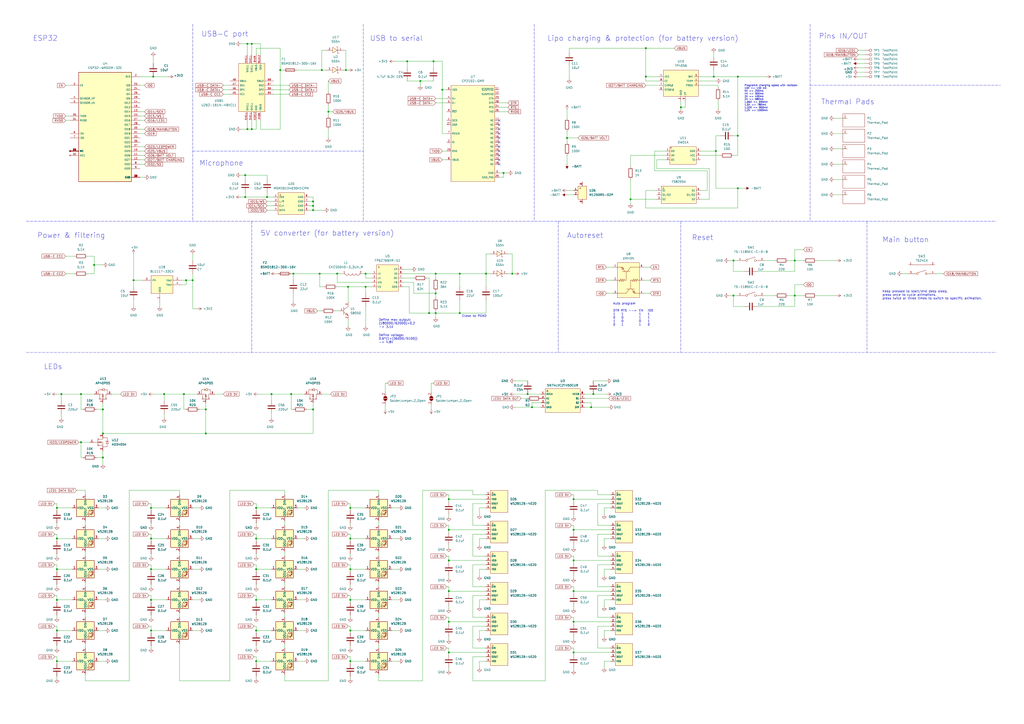
<source format=kicad_sch>
(kicad_sch (version 20211123) (generator eeschema)
  (paper "A2")
  (junction (at 292.1 100.33))
  (junction (at 266.7 181.61))
  (junction (at 260.35 307.34))
  (junction (at 46.99 256.54))
  (junction (at 33.02 312.42))
  (junction (at 427.99 109.22))
  (junction (at 297.18 158.75))
  (junction (at 200.66 40.64))
  (junction (at 186.69 40.64))
  (junction (at 35.56 228.6))
  (junction (at 332.74 342.9))
  (junction (at 252.73 170.18))
  (junction (at 95.25 228.6))
  (junction (at 87.63 312.42))
  (junction (at 181.61 237.49))
  (junction (at 59.69 265.43))
  (junction (at 427.99 78.74))
  (junction (at 148.59 347.98))
  (junction (at 33.02 294.64))
  (junction (at 308.61 236.22))
  (junction (at 252.73 181.61))
  (junction (at 374.65 44.45))
  (junction (at 54.61 153.67))
  (junction (at 142.24 101.6))
  (junction (at 170.18 158.75))
  (junction (at 394.97 62.23))
  (junction (at 33.02 383.54))
  (junction (at 168.91 228.6))
  (junction (at 148.59 383.54))
  (junction (at 87.63 330.2))
  (junction (at 157.48 228.6))
  (junction (at 87.63 294.64))
  (junction (at 260.35 360.68))
  (junction (at 248.92 181.61))
  (junction (at 374.65 27.94))
  (junction (at 203.2 365.76))
  (junction (at 260.35 342.9))
  (junction (at 181.61 119.38))
  (junction (at 203.2 383.54))
  (junction (at 146.05 25.4))
  (junction (at 185.42 158.75))
  (junction (at 146.05 74.93))
  (junction (at 252.73 158.75))
  (junction (at 342.9 236.22))
  (junction (at 162.56 40.64))
  (junction (at 143.51 25.4))
  (junction (at 181.61 121.92))
  (junction (at 344.17 228.6))
  (junction (at 201.93 166.37))
  (junction (at 328.93 80.01))
  (junction (at 332.74 307.34))
  (junction (at 236.22 35.56))
  (junction (at 77.47 162.56))
  (junction (at 203.2 312.42))
  (junction (at 414.02 44.45))
  (junction (at 251.46 35.56))
  (junction (at 203.2 347.98))
  (junction (at 148.59 330.2))
  (junction (at 306.07 228.6))
  (junction (at 106.68 228.6))
  (junction (at 87.63 347.98))
  (junction (at 119.38 251.46))
  (junction (at 243.84 46.99))
  (junction (at 181.61 116.84))
  (junction (at 154.94 114.3))
  (junction (at 119.38 237.49))
  (junction (at 415.29 87.63))
  (junction (at 461.01 171.45))
  (junction (at 148.59 312.42))
  (junction (at 332.74 378.46))
  (junction (at 425.45 171.45))
  (junction (at 148.59 294.64))
  (junction (at 365.76 115.57))
  (junction (at 332.74 360.68))
  (junction (at 148.59 365.76))
  (junction (at 260.35 325.12))
  (junction (at 260.35 378.46))
  (junction (at 203.2 330.2))
  (junction (at 142.24 114.3))
  (junction (at 59.69 251.46))
  (junction (at 461.01 151.13))
  (junction (at 425.45 151.13))
  (junction (at 427.99 44.45))
  (junction (at 195.58 158.75))
  (junction (at 212.09 166.37))
  (junction (at 256.54 52.07))
  (junction (at 111.76 162.56))
  (junction (at 107.95 162.56))
  (junction (at 332.74 289.56))
  (junction (at 266.7 158.75))
  (junction (at 59.69 237.49))
  (junction (at 33.02 330.2))
  (junction (at 143.51 74.93))
  (junction (at 33.02 365.76))
  (junction (at 87.63 365.76))
  (junction (at 212.09 158.75))
  (junction (at 260.35 289.56))
  (junction (at 190.5 64.77))
  (junction (at 281.94 158.75))
  (junction (at 332.74 325.12))
  (junction (at 203.2 294.64))
  (junction (at 46.99 228.6))
  (junction (at 33.02 347.98))
  (junction (at 88.9 44.45))
  (no_connect (at 289.56 82.55))
  (no_connect (at 289.56 95.25))
  (no_connect (at 289.56 90.17))
  (no_connect (at 289.56 80.01))
  (no_connect (at 289.56 85.09))
  (no_connect (at 289.56 69.85))
  (no_connect (at 289.56 77.47))
  (no_connect (at 289.56 87.63))
  (no_connect (at 289.56 92.71))
  (no_connect (at 289.56 74.93))
  (no_connect (at 289.56 72.39))
  (wire (pts (xy 289.56 59.69) (xy 294.64 59.69)))
  (wire (pts (xy 168.91 228.6) (xy 176.53 228.6)))
  (wire (pts (xy 374.65 44.45) (xy 374.65 27.94)))
  (wire (pts (xy 148.59 383.54) (xy 148.59 384.81)))
  (wire (pts (xy 148.59 27.94) (xy 162.56 27.94)))
  (wire (pts (xy 297.18 147.32) (xy 297.18 158.75)))
  (wire (pts (xy 382.27 44.45) (xy 374.65 44.45)))
  (wire (pts (xy 332.74 360.68) (xy 332.74 361.95)))
  (wire (pts (xy 237.49 181.61) (xy 248.92 181.61)))
  (wire (pts (xy 219.71 284.48) (xy 190.5 284.48)))
  (wire (pts (xy 33.02 303.53) (xy 33.02 304.8)))
  (wire (pts (xy 381 97.79) (xy 411.48 97.79)))
  (wire (pts (xy 203.2 392.43) (xy 203.2 393.7)))
  (wire (pts (xy 49.53 373.38) (xy 49.53 375.92)))
  (wire (pts (xy 86.36 309.88) (xy 87.63 309.88)))
  (wire (pts (xy 148.59 345.44) (xy 148.59 347.98)))
  (wire (pts (xy 260.35 378.46) (xy 260.35 379.73)))
  (wire (pts (xy 111.76 162.56) (xy 111.76 179.07)))
  (wire (pts (xy 374.65 110.49) (xy 381 110.49)))
  (wire (pts (xy 87.63 356.87) (xy 87.63 358.14)))
  (wire (pts (xy 107.95 237.49) (xy 106.68 237.49)))
  (wire (pts (xy 57.15 347.98) (xy 60.96 347.98)))
  (wire (pts (xy 184.15 180.34) (xy 186.69 180.34)))
  (wire (pts (xy 172.085 40.64) (xy 186.69 40.64)))
  (wire (pts (xy 260.35 387.35) (xy 260.35 388.62)))
  (wire (pts (xy 260.35 298.45) (xy 260.35 299.72)))
  (wire (pts (xy 31.75 363.22) (xy 33.02 363.22)))
  (wire (pts (xy 331.47 358.14) (xy 332.74 358.14)))
  (wire (pts (xy 274.32 340.36) (xy 281.94 340.36)))
  (wire (pts (xy 148.59 303.53) (xy 148.59 304.8)))
  (wire (pts (xy 164.465 40.64) (xy 162.56 40.64)))
  (polyline (pts (xy 323.85 128.27) (xy 323.85 204.47)))
  (wire (pts (xy 31.75 381) (xy 33.02 381)))
  (wire (pts (xy 148.59 365.76) (xy 148.59 367.03)))
  (wire (pts (xy 111.76 347.98) (xy 115.57 347.98)))
  (wire (pts (xy 106.68 237.49) (xy 106.68 228.6)))
  (wire (pts (xy 203.2 303.53) (xy 203.2 304.8)))
  (wire (pts (xy 330.2 27.94) (xy 374.65 27.94)))
  (wire (pts (xy 281.94 347.98) (xy 278.13 347.98)))
  (wire (pts (xy 107.95 165.1) (xy 107.95 162.56)))
  (wire (pts (xy 168.91 158.75) (xy 170.18 158.75)))
  (wire (pts (xy 142.24 114.3) (xy 154.94 114.3)))
  (wire (pts (xy 260.35 289.56) (xy 260.35 290.83)))
  (wire (pts (xy 346.71 375.92) (xy 354.33 375.92)))
  (wire (pts (xy 260.35 307.34) (xy 281.94 307.34)))
  (wire (pts (xy 87.63 339.09) (xy 87.63 340.36)))
  (wire (pts (xy 236.22 46.99) (xy 243.84 46.99)))
  (wire (pts (xy 331.47 287.02) (xy 332.74 287.02)))
  (wire (pts (xy 49.53 320.04) (xy 49.53 322.58)))
  (wire (pts (xy 190.5 46.99) (xy 190.5 53.34)))
  (wire (pts (xy 185.42 166.37) (xy 185.42 158.75)))
  (wire (pts (xy 344.17 228.6) (xy 351.79 228.6)))
  (wire (pts (xy 354.33 347.98) (xy 350.52 347.98)))
  (wire (pts (xy 186.69 228.6) (xy 191.77 228.6)))
  (wire (pts (xy 142.24 104.14) (xy 142.24 101.6)))
  (wire (pts (xy 142.24 111.76) (xy 142.24 114.3)))
  (wire (pts (xy 278.13 312.42) (xy 278.13 316.23)))
  (wire (pts (xy 274.32 381) (xy 274.32 394.97)))
  (wire (pts (xy 351.79 170.18) (xy 355.6 170.18)))
  (wire (pts (xy 38.1 69.85) (xy 40.64 69.85)))
  (wire (pts (xy 165.1 337.82) (xy 165.1 340.36)))
  (wire (pts (xy 57.15 312.42) (xy 60.96 312.42)))
  (wire (pts (xy 158.75 52.07) (xy 167.64 52.07)))
  (wire (pts (xy 33.02 356.87) (xy 33.02 358.14)))
  (wire (pts (xy 31.75 309.88) (xy 33.02 309.88)))
  (wire (pts (xy 146.05 69.85) (xy 146.05 74.93)))
  (wire (pts (xy 298.45 228.6) (xy 306.07 228.6)))
  (wire (pts (xy 201.93 166.37) (xy 212.09 166.37)))
  (wire (pts (xy 87.63 347.98) (xy 87.63 349.25)))
  (wire (pts (xy 46.99 265.43) (xy 46.99 256.54)))
  (wire (pts (xy 278.13 383.54) (xy 278.13 387.35)))
  (wire (pts (xy 306.07 220.98) (xy 298.45 220.98)))
  (wire (pts (xy 394.97 62.23) (xy 394.97 63.5)))
  (wire (pts (xy 313.69 233.68) (xy 308.61 233.68)))
  (wire (pts (xy 251.46 222.25) (xy 250.19 222.25)))
  (wire (pts (xy 281.94 383.54) (xy 278.13 383.54)))
  (wire (pts (xy 105.41 165.1) (xy 107.95 165.1)))
  (wire (pts (xy 57.15 365.76) (xy 60.96 365.76)))
  (wire (pts (xy 33.02 365.76) (xy 33.02 367.03)))
  (wire (pts (xy 203.2 339.09) (xy 203.2 340.36)))
  (wire (pts (xy 203.2 365.76) (xy 203.2 367.03)))
  (wire (pts (xy 346.71 309.88) (xy 346.71 322.58)))
  (wire (pts (xy 281.94 294.64) (xy 278.13 294.64)))
  (wire (pts (xy 281.94 309.88) (xy 274.32 309.88)))
  (wire (pts (xy 427.99 109.22) (xy 415.29 109.22)))
  (polyline (pts (xy 210.82 13.97) (xy 210.82 128.27)))
  (wire (pts (xy 259.08 287.02) (xy 260.35 287.02)))
  (wire (pts (xy 410.21 99.06) (xy 379.73 99.06)))
  (wire (pts (xy 386.08 90.17) (xy 365.76 90.17)))
  (wire (pts (xy 81.28 44.45) (xy 88.9 44.45)))
  (wire (pts (xy 147.32 363.22) (xy 148.59 363.22)))
  (wire (pts (xy 87.63 330.2) (xy 87.63 331.47)))
  (wire (pts (xy 259.08 77.47) (xy 256.54 77.47)))
  (wire (pts (xy 55.88 265.43) (xy 59.69 265.43)))
  (wire (pts (xy 346.71 345.44) (xy 346.71 358.14)))
  (wire (pts (xy 332.74 289.56) (xy 354.33 289.56)))
  (wire (pts (xy 147.32 309.88) (xy 148.59 309.88)))
  (wire (pts (xy 142.24 101.6) (xy 139.7 101.6)))
  (wire (pts (xy 38.1 158.75) (xy 43.18 158.75)))
  (wire (pts (xy 328.93 110.49) (xy 332.74 110.49)))
  (wire (pts (xy 289.56 62.23) (xy 294.64 62.23)))
  (wire (pts (xy 165.1 355.6) (xy 165.1 358.14)))
  (wire (pts (xy 154.94 104.14) (xy 154.94 101.6)))
  (wire (pts (xy 266.7 173.99) (xy 266.7 181.61)))
  (wire (pts (xy 190.5 394.97) (xy 165.1 394.97)))
  (wire (pts (xy 260.35 342.9) (xy 281.94 342.9)))
  (wire (pts (xy 252.73 59.69) (xy 259.08 59.69)))
  (wire (pts (xy 106.68 228.6) (xy 114.3 228.6)))
  (wire (pts (xy 274.32 345.44) (xy 274.32 358.14)))
  (wire (pts (xy 203.2 294.64) (xy 212.09 294.64)))
  (wire (pts (xy 33.02 345.44) (xy 33.02 347.98)))
  (wire (pts (xy 59.69 237.49) (xy 59.69 251.46)))
  (wire (pts (xy 203.2 356.87) (xy 203.2 358.14)))
  (wire (pts (xy 427.99 44.45) (xy 444.5 44.45)))
  (wire (pts (xy 339.09 228.6) (xy 344.17 228.6)))
  (wire (pts (xy 104.14 284.48) (xy 74.93 284.48)))
  (wire (pts (xy 162.56 27.94) (xy 162.56 40.64)))
  (wire (pts (xy 406.4 87.63) (xy 415.29 87.63)))
  (wire (pts (xy 373.38 170.18) (xy 377.19 170.18)))
  (wire (pts (xy 170.18 158.75) (xy 170.18 162.56)))
  (wire (pts (xy 354.33 383.54) (xy 350.52 383.54)))
  (wire (pts (xy 203.2 345.44) (xy 203.2 347.98)))
  (wire (pts (xy 33.02 381) (xy 33.02 383.54)))
  (wire (pts (xy 88.9 44.45) (xy 97.79 44.45)))
  (wire (pts (xy 38.1 49.53) (xy 40.64 49.53)))
  (wire (pts (xy 386.08 92.71) (xy 381 92.71)))
  (wire (pts (xy 33.02 383.54) (xy 41.91 383.54)))
  (wire (pts (xy 342.9 236.22) (xy 353.06 236.22)))
  (wire (pts (xy 33.02 347.98) (xy 33.02 349.25)))
  (wire (pts (xy 260.35 375.92) (xy 260.35 378.46)))
  (wire (pts (xy 461.01 177.8) (xy 439.42 177.8)))
  (wire (pts (xy 195.58 158.75) (xy 199.39 158.75)))
  (wire (pts (xy 252.73 180.34) (xy 252.73 181.61)))
  (wire (pts (xy 33.02 365.76) (xy 41.91 365.76)))
  (wire (pts (xy 425.45 157.48) (xy 425.45 151.13)))
  (polyline (pts (xy 469.9 49.53) (xy 580.39 49.53)))
  (wire (pts (xy 54.61 148.59) (xy 54.61 153.67)))
  (wire (pts (xy 374.65 120.65) (xy 374.65 110.49)))
  (polyline (pts (xy 111.76 13.97) (xy 111.76 128.27)))
  (wire (pts (xy 151.13 74.93) (xy 162.56 74.93)))
  (wire (pts (xy 354.33 345.44) (xy 346.71 345.44)))
  (wire (pts (xy 236.22 35.56) (xy 236.22 39.37)))
  (wire (pts (xy 74.93 284.48) (xy 74.93 394.97)))
  (wire (pts (xy 203.2 363.22) (xy 203.2 365.76)))
  (wire (pts (xy 251.46 35.56) (xy 256.54 35.56)))
  (wire (pts (xy 148.59 294.64) (xy 148.59 295.91)))
  (wire (pts (xy 259.08 322.58) (xy 260.35 322.58)))
  (wire (pts (xy 281.94 173.99) (xy 281.94 181.61)))
  (wire (pts (xy 57.15 294.64) (xy 60.96 294.64)))
  (wire (pts (xy 339.09 231.14) (xy 353.06 231.14)))
  (wire (pts (xy 148.59 374.65) (xy 148.59 375.92)))
  (wire (pts (xy 274.32 358.14) (xy 281.94 358.14)))
  (wire (pts (xy 87.63 303.53) (xy 87.63 304.8)))
  (wire (pts (xy 259.08 340.36) (xy 260.35 340.36)))
  (wire (pts (xy 256.54 77.47) (xy 256.54 52.07)))
  (wire (pts (xy 427.99 78.74) (xy 427.99 90.17)))
  (wire (pts (xy 87.63 345.44) (xy 87.63 347.98)))
  (wire (pts (xy 46.99 256.54) (xy 52.07 256.54)))
  (wire (pts (xy 212.09 158.75) (xy 215.9 158.75)))
  (wire (pts (xy 146.05 25.4) (xy 151.13 25.4)))
  (wire (pts (xy 228.6 35.56) (xy 236.22 35.56)))
  (wire (pts (xy 165.1 373.38) (xy 165.1 375.92)))
  (wire (pts (xy 148.59 347.98) (xy 157.48 347.98)))
  (wire (pts (xy 87.63 374.65) (xy 87.63 375.92)))
  (wire (pts (xy 354.33 309.88) (xy 346.71 309.88)))
  (wire (pts (xy 457.2 171.45) (xy 461.01 171.45)))
  (wire (pts (xy 81.28 74.93) (xy 83.82 74.93)))
  (wire (pts (xy 397.51 58.42) (xy 397.51 62.23)))
  (wire (pts (xy 237.49 166.37) (xy 237.49 181.61)))
  (wire (pts (xy 274.32 287.02) (xy 274.32 284.48)))
  (wire (pts (xy 416.56 58.42) (xy 416.56 63.5)))
  (wire (pts (xy 281.94 327.66) (xy 274.32 327.66)))
  (wire (pts (xy 365.76 90.17) (xy 365.76 96.52)))
  (wire (pts (xy 179.07 119.38) (xy 181.61 119.38)))
  (wire (pts (xy 111.76 330.2) (xy 115.57 330.2)))
  (wire (pts (xy 374.65 120.65) (xy 427.99 120.65)))
  (wire (pts (xy 427.99 44.45) (xy 427.99 78.74)))
  (wire (pts (xy 148.59 330.2) (xy 148.59 331.47)))
  (wire (pts (xy 414.02 44.45) (xy 427.99 44.45)))
  (wire (pts (xy 346.71 304.8) (xy 354.33 304.8)))
  (wire (pts (xy 35.56 228.6) (xy 46.99 228.6)))
  (wire (pts (xy 365.76 115.57) (xy 381 115.57)))
  (wire (pts (xy 252.73 57.15) (xy 259.08 57.15)))
  (wire (pts (xy 328.93 63.5) (xy 328.93 68.58)))
  (wire (pts (xy 227.33 365.76) (xy 231.14 365.76)))
  (wire (pts (xy 54.61 153.67) (xy 54.61 158.75)))
  (wire (pts (xy 165.1 284.48) (xy 133.35 284.48)))
  (wire (pts (xy 105.41 162.56) (xy 107.95 162.56)))
  (wire (pts (xy 292.1 100.33) (xy 294.64 100.33)))
  (wire (pts (xy 278.13 294.64) (xy 278.13 298.45)))
  (wire (pts (xy 266.7 158.75) (xy 266.7 166.37)))
  (wire (pts (xy 260.35 360.68) (xy 260.35 361.95)))
  (wire (pts (xy 289.56 64.77) (xy 294.64 64.77)))
  (wire (pts (xy 48.26 237.49) (xy 46.99 237.49)))
  (wire (pts (xy 88.9 228.6) (xy 95.25 228.6)))
  (wire (pts (xy 425.45 90.17) (xy 427.99 90.17)))
  (wire (pts (xy 33.02 228.6) (xy 35.56 228.6)))
  (wire (pts (xy 154.94 114.3) (xy 158.75 114.3)))
  (wire (pts (xy 289.56 100.33) (xy 292.1 100.33)))
  (wire (pts (xy 148.59 339.09) (xy 148.59 340.36)))
  (wire (pts (xy 203.2 330.2) (xy 212.09 330.2)))
  (wire (pts (xy 77.47 162.56) (xy 82.55 162.56)))
  (wire (pts (xy 339.09 236.22) (xy 342.9 236.22)))
  (wire (pts (xy 281.94 292.1) (xy 274.32 292.1)))
  (wire (pts (xy 497.84 44.45) (xy 501.65 44.45)))
  (wire (pts (xy 111.76 365.76) (xy 115.57 365.76)))
  (wire (pts (xy 203.2 383.54) (xy 203.2 384.81)))
  (wire (pts (xy 201.93 345.44) (xy 203.2 345.44)))
  (wire (pts (xy 33.02 294.64) (xy 41.91 294.64)))
  (wire (pts (xy 149.86 228.6) (xy 157.48 228.6)))
  (wire (pts (xy 148.59 363.22) (xy 148.59 365.76)))
  (wire (pts (xy 227.33 294.64) (xy 231.14 294.64)))
  (wire (pts (xy 219.71 320.04) (xy 219.71 322.58)))
  (wire (pts (xy 186.69 40.64) (xy 189.23 40.64)))
  (wire (pts (xy 104.14 373.38) (xy 104.14 394.97)))
  (wire (pts (xy 298.45 236.22) (xy 308.61 236.22)))
  (wire (pts (xy 281.94 381) (xy 274.32 381)))
  (wire (pts (xy 133.35 394.97) (xy 104.14 394.97)))
  (wire (pts (xy 344.17 220.98) (xy 351.79 220.98)))
  (wire (pts (xy 151.13 25.4) (xy 151.13 31.75)))
  (wire (pts (xy 233.68 158.75) (xy 252.73 158.75)))
  (wire (pts (xy 49.53 284.48) (xy 49.53 287.02)))
  (wire (pts (xy 415.29 109.22) (xy 415.29 87.63)))
  (wire (pts (xy 35.56 228.6) (xy 35.56 232.41)))
  (wire (pts (xy 111.76 179.07) (xy 114.3 179.07)))
  (wire (pts (xy 278.13 365.76) (xy 278.13 369.57)))
  (wire (pts (xy 227.33 312.42) (xy 231.14 312.42)))
  (wire (pts (xy 185.42 158.75) (xy 195.58 158.75)))
  (wire (pts (xy 252.73 168.91) (xy 252.73 170.18)))
  (wire (pts (xy 119.38 233.68) (xy 119.38 237.49)))
  (wire (pts (xy 87.63 294.64) (xy 87.63 295.91)))
  (wire (pts (xy 354.33 363.22) (xy 346.71 363.22)))
  (wire (pts (xy 294.64 158.75) (xy 297.18 158.75)))
  (wire (pts (xy 260.35 316.23) (xy 260.35 317.5)))
  (wire (pts (xy 59.69 251.46) (xy 119.38 251.46)))
  (wire (pts (xy 332.74 325.12) (xy 354.33 325.12)))
  (wire (pts (xy 168.91 237.49) (xy 168.91 228.6)))
  (wire (pts (xy 148.59 365.76) (xy 157.48 365.76)))
  (wire (pts (xy 483.87 113.03) (xy 488.95 113.03)))
  (wire (pts (xy 190.5 64.77) (xy 190.5 67.31)))
  (polyline (pts (xy 15.24 128.27) (xy 577.85 128.27)))
  (wire (pts (xy 165.1 394.97) (xy 165.1 391.16)))
  (wire (pts (xy 342.9 233.68) (xy 342.9 236.22)))
  (wire (pts (xy 449.58 151.13) (xy 443.23 151.13)))
  (wire (pts (xy 379.73 99.06) (xy 379.73 87.63)))
  (wire (pts (xy 50.8 158.75) (xy 54.61 158.75)))
  (wire (pts (xy 190.5 74.93) (xy 190.5 80.01)))
  (wire (pts (xy 33.02 294.64) (xy 33.02 295.91)))
  (wire (pts (xy 165.1 302.26) (xy 165.1 304.8)))
  (wire (pts (xy 351.79 162.56) (xy 355.6 162.56)))
  (wire (pts (xy 181.61 114.3) (xy 181.61 116.84)))
  (wire (pts (xy 104.14 337.82) (xy 104.14 340.36)))
  (wire (pts (xy 281.94 147.32) (xy 281.94 158.75)))
  (polyline (pts (xy 146.05 128.27) (xy 146.05 204.47)))
  (wire (pts (xy 223.52 234.95) (xy 223.52 237.49)))
  (wire (pts (xy 50.8 148.59) (xy 54.61 148.59)))
  (wire (pts (xy 346.71 322.58) (xy 354.33 322.58)))
  (wire (pts (xy 332.74 289.56) (xy 332.74 290.83)))
  (wire (pts (xy 148.59 312.42) (xy 157.48 312.42)))
  (wire (pts (xy 266.7 158.75) (xy 281.94 158.75)))
  (wire (pts (xy 35.56 240.03) (xy 35.56 242.57)))
  (wire (pts (xy 44.45 284.48) (xy 49.53 284.48)))
  (wire (pts (xy 302.26 231.14) (xy 306.07 231.14)))
  (wire (pts (xy 365.76 115.57) (xy 365.76 118.11)))
  (wire (pts (xy 243.84 46.99) (xy 251.46 46.99)))
  (wire (pts (xy 170.18 170.18) (xy 170.18 175.26)))
  (wire (pts (xy 332.74 307.34) (xy 354.33 307.34)))
  (wire (pts (xy 233.68 166.37) (xy 237.49 166.37)))
  (wire (pts (xy 148.59 347.98) (xy 148.59 349.25)))
  (wire (pts (xy 195.58 163.83) (xy 195.58 158.75)))
  (wire (pts (xy 203.2 292.1) (xy 203.2 294.64)))
  (wire (pts (xy 260.35 334.01) (xy 260.35 335.28)))
  (wire (pts (xy 331.47 304.8) (xy 332.74 304.8)))
  (wire (pts (xy 259.08 375.92) (xy 260.35 375.92)))
  (wire (pts (xy 281.94 181.61) (xy 266.7 181.61)))
  (wire (pts (xy 158.75 54.61) (xy 167.64 54.61)))
  (wire (pts (xy 332.74 334.01) (xy 332.74 335.28)))
  (wire (pts (xy 57.15 330.2) (xy 60.96 330.2)))
  (wire (pts (xy 461.01 165.1) (xy 466.09 165.1)))
  (wire (pts (xy 497.84 36.83) (xy 501.65 36.83)))
  (wire (pts (xy 104.14 287.02) (xy 104.14 284.48)))
  (polyline (pts (xy 309.88 13.97) (xy 309.88 128.27)))
  (wire (pts (xy 81.28 77.47) (xy 83.82 77.47)))
  (wire (pts (xy 81.28 87.63) (xy 83.82 87.63)))
  (wire (pts (xy 148.59 312.42) (xy 148.59 313.69)))
  (wire (pts (xy 143.51 69.85) (xy 143.51 74.93)))
  (wire (pts (xy 497.84 31.75) (xy 501.65 31.75)))
  (wire (pts (xy 87.63 292.1) (xy 87.63 294.64)))
  (wire (pts (xy 148.59 381) (xy 148.59 383.54)))
  (wire (pts (xy 274.32 309.88) (xy 274.32 322.58)))
  (wire (pts (xy 294.64 147.32) (xy 297.18 147.32)))
  (wire (pts (xy 350.52 330.2) (xy 350.52 334.01)))
  (wire (pts (xy 154.94 116.84) (xy 158.75 116.84)))
  (wire (pts (xy 190.5 284.48) (xy 190.5 394.97)))
  (wire (pts (xy 212.09 161.29) (xy 212.09 158.75)))
  (wire (pts (xy 186.69 29.21) (xy 186.69 40.64)))
  (wire (pts (xy 147.32 327.66) (xy 148.59 327.66)))
  (wire (pts (xy 278.13 330.2) (xy 278.13 334.01)))
  (wire (pts (xy 278.13 347.98) (xy 278.13 351.79)))
  (wire (pts (xy 49.53 355.6) (xy 49.53 358.14)))
  (wire (pts (xy 104.14 320.04) (xy 104.14 322.58)))
  (wire (pts (xy 33.02 312.42) (xy 41.91 312.42)))
  (wire (pts (xy 95.25 228.6) (xy 95.25 232.41)))
  (wire (pts (xy 274.32 287.02) (xy 281.94 287.02)))
  (wire (pts (xy 252.73 158.75) (xy 266.7 158.75)))
  (polyline (pts (xy 394.97 128.27) (xy 394.97 204.47)))
  (wire (pts (xy 350.52 312.42) (xy 350.52 316.23)))
  (wire (pts (xy 147.32 381) (xy 148.59 381)))
  (wire (pts (xy 146.05 31.75) (xy 146.05 25.4)))
  (wire (pts (xy 87.63 365.76) (xy 96.52 365.76)))
  (wire (pts (xy 281.94 363.22) (xy 274.32 363.22)))
  (wire (pts (xy 422.91 171.45) (xy 425.45 171.45)))
  (wire (pts (xy 260.35 304.8) (xy 260.35 307.34)))
  (wire (pts (xy 87.63 312.42) (xy 96.52 312.42)))
  (wire (pts (xy 483.87 95.25) (xy 488.95 95.25)))
  (wire (pts (xy 87.63 365.76) (xy 87.63 367.03)))
  (wire (pts (xy 148.59 383.54) (xy 157.48 383.54)))
  (wire (pts (xy 251.46 35.56) (xy 251.46 39.37)))
  (wire (pts (xy 236.22 35.56) (xy 251.46 35.56)))
  (wire (pts (xy 281.94 330.2) (xy 278.13 330.2)))
  (wire (pts (xy 233.68 156.21) (xy 238.76 156.21)))
  (wire (pts (xy 129.54 52.07) (xy 133.35 52.07)))
  (wire (pts (xy 181.61 237.49) (xy 181.61 251.46)))
  (wire (pts (xy 195.58 166.37) (xy 201.93 166.37)))
  (wire (pts (xy 33.02 339.09) (xy 33.02 340.36)))
  (wire (pts (xy 405.13 46.99) (xy 415.29 46.99)))
  (wire (pts (xy 483.87 68.58) (xy 488.95 68.58)))
  (wire (pts (xy 415.29 78.74) (xy 415.29 87.63)))
  (wire (pts (xy 240.03 170.18) (xy 252.73 170.18)))
  (wire (pts (xy 203.2 347.98) (xy 203.2 349.25)))
  (wire (pts (xy 33.02 309.88) (xy 33.02 312.42)))
  (wire (pts (xy 46.99 237.49) (xy 46.99 228.6)))
  (wire (pts (xy 410.21 110.49) (xy 410.21 99.06)))
  (wire (pts (xy 252.73 170.18) (xy 252.73 172.72)))
  (wire (pts (xy 256.54 87.63) (xy 259.08 87.63)))
  (wire (pts (xy 87.63 347.98) (xy 96.52 347.98)))
  (wire (pts (xy 31.75 292.1) (xy 33.02 292.1)))
  (wire (pts (xy 417.83 78.74) (xy 415.29 78.74)))
  (wire (pts (xy 148.59 321.31) (xy 148.59 322.58)))
  (wire (pts (xy 203.2 383.54) (xy 212.09 383.54)))
  (wire (pts (xy 55.88 237.49) (xy 59.69 237.49)))
  (wire (pts (xy 148.59 309.88) (xy 148.59 312.42)))
  (wire (pts (xy 332.74 342.9) (xy 354.33 342.9)))
  (wire (pts (xy 179.07 114.3) (xy 181.61 114.3)))
  (wire (pts (xy 260.35 351.79) (xy 260.35 353.06)))
  (wire (pts (xy 297.18 158.75) (xy 298.45 158.75)))
  (wire (pts (xy 259.08 304.8) (xy 260.35 304.8)))
  (wire (pts (xy 83.82 67.31) (xy 81.28 67.31)))
  (wire (pts (xy 281.94 312.42) (xy 278.13 312.42)))
  (wire (pts (xy 133.35 284.48) (xy 133.35 394.97)))
  (wire (pts (xy 332.74 287.02) (xy 332.74 289.56)))
  (wire (pts (xy 354.33 312.42) (xy 350.52 312.42)))
  (wire (pts (xy 219.71 394.97) (xy 219.71 391.16)))
  (wire (pts (xy 200.66 40.64) (xy 201.93 40.64)))
  (wire (pts (xy 332.74 322.58) (xy 332.74 325.12)))
  (wire (pts (xy 330.2 30.48) (xy 330.2 27.94)))
  (wire (pts (xy 381 92.71) (xy 381 97.79)))
  (wire (pts (xy 332.74 378.46) (xy 332.74 379.73)))
  (wire (pts (xy 83.82 69.85) (xy 81.28 69.85)))
  (wire (pts (xy 86.36 345.44) (xy 87.63 345.44)))
  (wire (pts (xy 48.26 265.43) (xy 46.99 265.43)))
  (wire (pts (xy 172.72 347.98) (xy 176.53 347.98)))
  (wire (pts (xy 148.59 294.64) (xy 157.48 294.64)))
  (wire (pts (xy 59.69 233.68) (xy 59.69 237.49)))
  (wire (pts (xy 346.71 340.36) (xy 354.33 340.36)))
  (wire (pts (xy 328.93 80.01) (xy 335.28 80.01)))
  (wire (pts (xy 212.09 166.37) (xy 215.9 166.37)))
  (wire (pts (xy 247.65 161.29) (xy 248.92 161.29)))
  (wire (pts (xy 201.93 309.88) (xy 203.2 309.88)))
  (wire (pts (xy 181.61 121.92) (xy 187.96 121.92)))
  (wire (pts (xy 394.97 58.42) (xy 394.97 62.23)))
  (wire (pts (xy 406.4 110.49) (xy 410.21 110.49)))
  (wire (pts (xy 181.61 116.84) (xy 181.61 119.38)))
  (wire (pts (xy 86.36 327.66) (xy 87.63 327.66)))
  (wire (pts (xy 92.71 175.26) (xy 92.71 177.8)))
  (wire (pts (xy 461.01 157.48) (xy 439.42 157.48)))
  (polyline (pts (xy 111.76 87.63) (xy 210.82 87.63)))
  (wire (pts (xy 33.02 327.66) (xy 33.02 330.2)))
  (wire (pts (xy 425.45 78.74) (xy 427.99 78.74)))
  (wire (pts (xy 461.01 151.13) (xy 461.01 144.78)))
  (wire (pts (xy 332.74 298.45) (xy 332.74 299.72)))
  (wire (pts (xy 260.35 369.57) (xy 260.35 370.84)))
  (wire (pts (xy 199.39 29.21) (xy 200.66 29.21)))
  (wire (pts (xy 87.63 330.2) (xy 96.52 330.2)))
  (wire (pts (xy 473.71 151.13) (xy 485.14 151.13)))
  (wire (pts (xy 203.2 330.2) (xy 203.2 331.47)))
  (wire (pts (xy 177.8 237.49) (xy 181.61 237.49)))
  (wire (pts (xy 332.74 378.46) (xy 354.33 378.46)))
  (wire (pts (xy 274.32 375.92) (xy 281.94 375.92)))
  (wire (pts (xy 162.56 40.64) (xy 162.56 74.93)))
  (wire (pts (xy 422.91 151.13) (xy 425.45 151.13)))
  (wire (pts (xy 350.52 294.64) (xy 350.52 298.45)))
  (wire (pts (xy 331.47 375.92) (xy 332.74 375.92)))
  (wire (pts (xy 289.56 102.87) (xy 292.1 102.87)))
  (wire (pts (xy 306.07 228.6) (xy 313.69 228.6)))
  (wire (pts (xy 466.09 171.45) (xy 461.01 171.45)))
  (wire (pts (xy 33.02 330.2) (xy 41.91 330.2)))
  (wire (pts (xy 256.54 92.71) (xy 259.08 92.71)))
  (wire (pts (xy 332.74 342.9) (xy 332.74 344.17)))
  (wire (pts (xy 449.58 171.45) (xy 443.23 171.45)))
  (polyline (pts (xy 502.92 128.27) (xy 502.92 204.47)))
  (wire (pts (xy 219.71 373.38) (xy 219.71 375.92)))
  (wire (pts (xy 172.72 312.42) (xy 176.53 312.42)))
  (wire (pts (xy 95.25 240.03) (xy 95.25 242.57)))
  (wire (pts (xy 179.07 116.84) (xy 181.61 116.84)))
  (wire (pts (xy 227.33 383.54) (xy 231.14 383.54)))
  (wire (pts (xy 332.74 387.35) (xy 332.74 388.62)))
  (wire (pts (xy 248.92 161.29) (xy 248.92 181.61)))
  (wire (pts (xy 339.09 233.68) (xy 342.9 233.68)))
  (wire (pts (xy 81.28 90.17) (xy 83.82 90.17)))
  (wire (pts (xy 77.47 147.32) (xy 77.47 162.56)))
  (wire (pts (xy 203.2 321.31) (xy 203.2 322.58)))
  (wire (pts (xy 483.87 104.14) (xy 488.95 104.14)))
  (wire (pts (xy 259.08 358.14) (xy 260.35 358.14)))
  (wire (pts (xy 119.38 237.49) (xy 119.38 251.46)))
  (wire (pts (xy 190.5 60.96) (xy 190.5 64.77)))
  (wire (pts (xy 38.1 67.31) (xy 40.64 67.31)))
  (wire (pts (xy 148.59 330.2) (xy 157.48 330.2)))
  (wire (pts (xy 523.24 158.75) (xy 527.05 158.75)))
  (wire (pts (xy 143.51 25.4) (xy 143.51 31.75)))
  (wire (pts (xy 260.35 322.58) (xy 260.35 325.12)))
  (wire (pts (xy 328.93 113.03) (xy 332.74 113.03)))
  (wire (pts (xy 179.07 121.92) (xy 181.61 121.92)))
  (wire (pts (xy 227.33 347.98) (xy 231.14 347.98)))
  (wire (pts (xy 95.25 228.6) (xy 106.68 228.6)))
  (wire (pts (xy 252.73 158.75) (xy 252.73 161.29)))
  (wire (pts (xy 154.94 121.92) (xy 158.75 121.92)))
  (wire (pts (xy 245.11 284.48) (xy 245.11 394.97)))
  (wire (pts (xy 354.33 294.64) (xy 350.52 294.64)))
  (wire (pts (xy 461.01 151.13) (xy 461.01 157.48)))
  (wire (pts (xy 483.87 77.47) (xy 488.95 77.47)))
  (wire (pts (xy 411.48 97.79) (xy 411.48 115.57)))
  (wire (pts (xy 147.32 292.1) (xy 148.59 292.1)))
  (wire (pts (xy 243.84 46.99) (xy 243.84 49.53)))
  (wire (pts (xy 406.4 115.57) (xy 411.48 115.57)))
  (wire (pts (xy 346.71 287.02) (xy 354.33 287.02)))
  (wire (pts (xy 154.94 111.76) (xy 154.94 114.3)))
  (wire (pts (xy 129.54 49.53) (xy 133.35 49.53)))
  (wire (pts (xy 260.35 358.14) (xy 260.35 360.68)))
  (wire (pts (xy 256.54 35.56) (xy 256.54 52.07)))
  (wire (pts (xy 250.19 222.25) (xy 250.19 227.33)))
  (wire (pts (xy 87.63 363.22) (xy 87.63 365.76)))
  (wire (pts (xy 332.74 369.57) (xy 332.74 370.84)))
  (wire (pts (xy 350.52 347.98) (xy 350.52 351.79)))
  (wire (pts (xy 373.38 162.56) (xy 377.19 162.56)))
  (wire (pts (xy 203.2 309.88) (xy 203.2 312.42)))
  (wire (pts (xy 219.71 337.82) (xy 219.71 340.36)))
  (wire (pts (xy 165.1 320.04) (xy 165.1 322.58)))
  (wire (pts (xy 215.9 163.83) (xy 195.58 163.83)))
  (wire (pts (xy 219.71 302.26) (xy 219.71 304.8)))
  (wire (pts (xy 431.8 177.8) (xy 425.45 177.8)))
  (wire (pts (xy 33.02 347.98) (xy 41.91 347.98)))
  (wire (pts (xy 405.13 49.53) (xy 416.56 49.53)))
  (wire (pts (xy 256.54 52.07) (xy 259.08 52.07)))
  (wire (pts (xy 77.47 162.56) (xy 77.47 166.37)))
  (wire (pts (xy 332.74 358.14) (xy 332.74 360.68)))
  (wire (pts (xy 33.02 292.1) (xy 33.02 294.64)))
  (wire (pts (xy 274.32 363.22) (xy 274.32 375.92)))
  (wire (pts (xy 332.74 340.36) (xy 332.74 342.9)))
  (wire (pts (xy 143.51 74.93) (xy 139.7 74.93)))
  (wire (pts (xy 260.35 307.34) (xy 260.35 308.61)))
  (wire (pts (xy 77.47 173.99) (xy 77.47 177.8)))
  (wire (pts (xy 354.33 330.2) (xy 350.52 330.2)))
  (wire (pts (xy 157.48 228.6) (xy 168.91 228.6)))
  (wire (pts (xy 181.61 119.38) (xy 181.61 121.92)))
  (wire (pts (xy 332.74 375.92) (xy 332.74 378.46)))
  (wire (pts (xy 107.95 162.56) (xy 111.76 162.56)))
  (wire (pts (xy 74.93 394.97) (xy 49.53 394.97)))
  (wire (pts (xy 115.57 237.49) (xy 119.38 237.49)))
  (wire (pts (xy 215.9 161.29) (xy 212.09 161.29)))
  (polyline (pts (xy 15.24 204.47) (xy 577.85 204.47)))
  (wire (pts (xy 83.82 64.77) (xy 81.28 64.77)))
  (wire (pts (xy 81.28 92.71) (xy 83.82 92.71)))
  (wire (pts (xy 466.09 151.13) (xy 461.01 151.13)))
  (wire (pts (xy 200.66 29.21) (xy 200.66 40.64)))
  (wire (pts (xy 328.93 80.01) (xy 328.93 82.55)))
  (wire (pts (xy 139.7 25.4) (xy 143.51 25.4)))
  (wire (pts (xy 147.32 345.44) (xy 148.59 345.44)))
  (wire (pts (xy 461.01 171.45) (xy 461.01 177.8)))
  (wire (pts (xy 260.35 342.9) (xy 260.35 344.17)))
  (wire (pts (xy 332.74 351.79) (xy 332.74 353.06)))
  (wire (pts (xy 427.99 120.65) (xy 427.99 109.22)))
  (wire (pts (xy 431.8 157.48) (xy 425.45 157.48)))
  (wire (pts (xy 87.63 309.88) (xy 87.63 312.42)))
  (wire (pts (xy 483.87 86.36) (xy 488.95 86.36)))
  (wire (pts (xy 212.09 166.37) (xy 212.09 170.18)))
  (wire (pts (xy 497.84 39.37) (xy 501.65 39.37)))
  (wire (pts (xy 281.94 365.76) (xy 278.13 365.76)))
  (wire (pts (xy 199.39 40.64) (xy 200.66 40.64)))
  (wire (pts (xy 331.47 340.36) (xy 332.74 340.36)))
  (wire (pts (xy 154.94 119.38) (xy 158.75 119.38)))
  (wire (pts (xy 219.71 355.6) (xy 219.71 358.14)))
  (wire (pts (xy 373.38 154.94) (xy 377.19 154.94)))
  (wire (pts (xy 160.02 158.75) (xy 161.29 158.75)))
  (wire (pts (xy 414.02 44.45) (xy 414.02 40.64)))
  (wire (pts (xy 374.65 49.53) (xy 382.27 49.53)))
  (wire (pts (xy 83.82 102.87) (xy 81.28 102.87)))
  (wire (pts (xy 81.28 85.09) (xy 83.82 85.09)))
  (wire (pts (xy 274.32 292.1) (xy 274.32 304.8)))
  (wire (pts (xy 201.93 185.42) (xy 201.93 189.23)))
  (wire (pts (xy 331.47 322.58) (xy 332.74 322.58)))
  (wire (pts (xy 59.69 265.43) (xy 59.69 269.24)))
  (wire (pts (xy 158.75 49.53) (xy 167.64 49.53)))
  (wire (pts (xy 172.72 330.2) (xy 176.53 330.2)))
  (wire (pts (xy 346.71 327.66) (xy 346.71 340.36)))
  (wire (pts (xy 332.74 360.68) (xy 354.33 360.68)))
  (wire (pts (xy 86.36 292.1) (xy 87.63 292.1)))
  (wire (pts (xy 49.53 302.26) (xy 49.53 304.8)))
  (wire (pts (xy 461.01 144.78) (xy 466.09 144.78)))
  (wire (pts (xy 308.61 233.68) (xy 308.61 236.22)))
  (wire (pts (xy 46.99 228.6) (xy 54.61 228.6)))
  (wire (pts (xy 406.4 90.17) (xy 417.83 90.17)))
  (wire (pts (xy 382.27 46.99) (xy 374.65 46.99)))
  (wire (pts (xy 187.96 166.37) (xy 185.42 166.37)))
  (wire (pts (xy 148.59 74.93) (xy 146.05 74.93)))
  (wire (pts (xy 379.73 87.63) (xy 386.08 87.63)))
  (wire (pts (xy 224.79 222.25) (xy 223.52 222.25)))
  (wire (pts (xy 316.23 284.48) (xy 346.71 284.48)))
  (wire (pts (xy 542.29 158.75) (xy 547.37 158.75)))
  (wire (pts (xy 274.32 327.66) (xy 274.32 340.36)))
  (wire (pts (xy 274.32 322.58) (xy 281.94 322.58)))
  (wire (pts (xy 328.93 90.17) (xy 328.93 95.25)))
  (wire (pts (xy 425.45 171.45) (xy 427.99 171.45)))
  (wire (pts (xy 346.71 363.22) (xy 346.71 375.92)))
  (wire (pts (xy 374.65 46.99) (xy 374.65 44.45)))
  (wire (pts (xy 332.74 304.8) (xy 332.74 307.34)))
  (wire (pts (xy 151.13 69.85) (xy 151.13 74.93)))
  (wire (pts (xy 170.18 237.49) (xy 168.91 237.49)))
  (wire (pts (xy 203.2 374.65) (xy 203.2 375.92)))
  (wire (pts (xy 227.33 330.2) (xy 231.14 330.2)))
  (polyline (pts (xy 469.9 13.97) (xy 469.9 128.27)))
  (wire (pts (xy 365.76 104.14) (xy 365.76 115.57)))
  (wire (pts (xy 201.93 381) (xy 203.2 381)))
  (wire (pts (xy 346.71 292.1) (xy 346.71 304.8)))
  (wire (pts (xy 124.46 228.6) (xy 129.54 228.6)))
  (wire (pts (xy 172.72 365.76) (xy 176.53 365.76)))
  (wire (pts (xy 148.59 356.87) (xy 148.59 358.14)))
  (wire (pts (xy 157.48 228.6) (xy 157.48 232.41)))
  (wire (pts (xy 284.48 147.32) (xy 281.94 147.32)))
  (wire (pts (xy 33.02 312.42) (xy 33.02 313.69)))
  (wire (pts (xy 203.2 327.66) (xy 203.2 330.2)))
  (wire (pts (xy 49.53 337.82) (xy 49.53 340.36)))
  (wire (pts (xy 87.63 327.66) (xy 87.63 330.2)))
  (wire (pts (xy 332.74 325.12) (xy 332.74 326.39)))
  (wire (pts (xy 350.52 365.76) (xy 350.52 369.57)))
  (wire (pts (xy 201.93 292.1) (xy 203.2 292.1)))
  (wire (pts (xy 87.63 294.64) (xy 96.52 294.64)))
  (wire (pts (xy 425.45 151.13) (xy 427.99 151.13)))
  (wire (pts (xy 33.02 363.22) (xy 33.02 365.76)))
  (wire (pts (xy 461.01 171.45) (xy 461.01 165.1)))
  (wire (pts (xy 260.35 287.02) (xy 260.35 289.56)))
  (wire (pts (xy 281.94 345.44) (xy 274.32 345.44)))
  (wire (pts (xy 142.24 101.6) (xy 154.94 101.6)))
  (wire (pts (xy 146.05 74.93) (xy 143.51 74.93)))
  (wire (pts (xy 350.52 383.54) (xy 350.52 387.35)))
  (wire (pts (xy 142.24 114.3) (xy 139.7 114.3)))
  (wire (pts (xy 172.72 383.54) (xy 176.53 383.54)))
  (wire (pts (xy 397.51 62.23) (xy 394.97 62.23)))
  (wire (pts (xy 111.76 151.13) (xy 111.76 147.32)))
  (wire (pts (xy 203.2 312.42) (xy 212.09 312.42)))
  (wire (pts (xy 431.8 109.22) (xy 427.99 109.22)))
  (wire (pts (xy 148.59 292.1) (xy 148.59 294.64)))
  (wire (pts (xy 33.02 374.65) (xy 33.02 375.92)))
  (wire (pts (xy 252.73 181.61) (xy 252.73 184.15)))
  (wire (pts (xy 88.9 33.02) (xy 88.9 36.83)))
  (wire (pts (xy 31.75 345.44) (xy 33.02 345.44)))
  (wire (pts (xy 83.82 95.25) (xy 81.28 95.25)))
  (wire (pts (xy 33.02 321.31) (xy 33.02 322.58)))
  (wire (pts (xy 233.68 163.83) (xy 240.03 163.83)))
  (wire (pts (xy 332.74 316.23) (xy 332.74 317.5)))
  (wire (pts (xy 354.33 327.66) (xy 346.71 327.66)))
  (wire (pts (xy 104.14 355.6) (xy 104.14 358.14)))
  (wire (pts (xy 45.72 256.54) (xy 46.99 256.54)))
  (wire (pts (xy 203.2 312.42) (xy 203.2 313.69)))
  (wire (pts (xy 64.77 228.6) (xy 69.85 228.6)))
  (wire (pts (xy 181.61 233.68) (xy 181.61 237.49)))
  (wire (pts (xy 212.09 177.8) (xy 212.09 189.23)))
  (wire (pts (xy 425.45 177.8) (xy 425.45 171.45)))
  (wire (pts (xy 57.15 383.54) (xy 60.96 383.54)))
  (wire (pts (xy 219.71 284.48) (xy 219.71 287.02)))
  (wire (pts (xy 83.82 49.53) (xy 81.28 49.53)))
  (wire (pts (xy 148.59 69.85) (xy 148.59 74.93)))
  (wire (pts (xy 416.56 49.53) (xy 416.56 50.8)))
  (wire (pts (xy 260.35 360.68) (xy 281.94 360.68)))
  (wire (pts (xy 54.61 153.67) (xy 59.69 153.67)))
  (wire (pts (xy 346.71 284.48) (xy 346.71 287.02)))
  (wire (pts (xy 374.65 27.94) (xy 391.16 27.94)))
  (wire (pts (xy 354.33 292.1) (xy 346.71 292.1)))
  (wire (pts (xy 87.63 321.31) (xy 87.63 322.58)))
  (wire (pts (xy 33.02 330.2) (xy 33.02 331.47)))
  (wire (pts (xy 260.35 340.36) (xy 260.35 342.9)))
  (wire (pts (xy 201.93 363.22) (xy 203.2 363.22)))
  (wire (pts (xy 33.02 383.54) (xy 33.02 384.81)))
  (wire (pts (xy 354.33 365.76) (xy 350.52 365.76)))
  (wire (pts (xy 194.31 180.34) (xy 196.85 180.34)))
  (wire (pts (xy 260.35 378.46) (xy 281.94 378.46)))
  (wire (pts (xy 332.74 307.34) (xy 332.74 308.61)))
  (wire (pts (xy 316.23 394.97) (xy 316.23 284.48)))
  (wire (pts (xy 328.93 76.2) (xy 328.93 80.01)))
  (wire (pts (xy 201.93 166.37) (xy 201.93 175.26)))
  (wire (pts (xy 346.71 358.14) (xy 354.33 358.14)))
  (wire (pts (xy 143.51 25.4) (xy 146.05 25.4)))
  (wire (pts (xy 274.32 304.8) (xy 281.94 304.8)))
  (wire (pts (xy 165.1 284.48) (xy 165.1 287.02)))
  (wire (pts (xy 201.93 327.66) (xy 203.2 327.66)))
  (wire (pts (xy 189.23 29.21) (xy 186.69 29.21)))
  (wire (pts (xy 157.48 240.03) (xy 157.48 242.57)))
  (wire (pts (xy 292.1 102.87) (xy 292.1 100.33)))
  (wire (pts (xy 250.19 234.95) (xy 250.19 237.49)))
  (wire (pts (xy 119.38 251.46) (xy 181.61 251.46)))
  (wire (pts (xy 330.2 38.1) (xy 330.2 45.72)))
  (wire (pts (xy 223.52 222.25) (xy 223.52 227.33)))
  (wire (pts (xy 351.79 154.94) (xy 355.6 154.94)))
  (wire (pts (xy 111.76 312.42) (xy 115.57 312.42)))
  (wire (pts (xy 31.75 327.66) (xy 33.02 327.66)))
  (wire (pts (xy 86.36 363.22) (xy 87.63 363.22)))
  (wire (pts (xy 274.32 394.97) (xy 316.23 394.97)))
  (wire (pts (xy 59.69 261.62) (xy 59.69 265.43)))
  (wire (pts (xy 233.68 161.29) (xy 240.03 161.29)))
  (wire (pts (xy 87.63 312.42) (xy 87.63 313.69)))
  (wire (pts (xy 245.11 394.97) (xy 219.71 394.97)))
  (wire (pts (xy 240.03 163.83) (xy 240.03 170.18)))
  (wire (pts (xy 133.35 54.61) (xy 129.54 54.61)))
  (wire (pts (xy 497.84 29.21) (xy 501.65 29.21)))
  (wire (pts (xy 274.32 284.48) (xy 245.11 284.48)))
  (wire (pts (xy 203.2 381) (xy 203.2 383.54)))
  (wire (pts (xy 111.76 162.56) (xy 111.76 158.75)))
  (wire (pts (xy 148.59 327.66) (xy 148.59 330.2)))
  (wire (pts (xy 111.76 294.64) (xy 115.57 294.64)))
  (wire (pts (xy 497.84 41.91) (xy 501.65 41.91)))
  (wire (pts (xy 38.1 148.59) (xy 43.18 148.59)))
  (wire (pts (xy 281.94 158.75) (xy 281.94 166.37)))
  (wire (pts (xy 405.13 44.45) (xy 414.02 44.45)))
  (wire (pts (xy 148.59 31.75) (xy 148.59 27.94)))
  (wire (pts (xy 209.55 158.75) (xy 212.09 158.75)))
  (wire (pts (xy 193.04 64.77) (xy 190.5 64.77)))
  (wire (pts (xy 308.61 236.22) (xy 313.69 236.22)))
  (wire (pts (xy 148.59 392.43) (xy 148.59 393.7)))
  (wire (pts (xy 281.94 158.75) (xy 284.48 158.75)))
  (wire (pts (xy 414.02 30.48) (xy 414.02 33.02)))
  (wire (pts (xy 473.71 171.45) (xy 485.14 171.45)))
  (wire (pts (xy 104.14 302.26) (xy 104.14 304.8)))
  (wire (pts (xy 260.35 325.12) (xy 260.35 326.39)))
  (wire (pts (xy 172.72 294.64) (xy 176.53 294.64)))
  (wire (pts (xy 260.35 289.56) (xy 281.94 289.56)))
  (wire (pts (xy 203.2 347.98) (xy 212.09 347.98)))
  (wire (pts (xy 49.53 394.97) (xy 49.53 391.16)))
  (wire (pts (xy 266.7 181.61) (xy 252.73 181.61)))
  (wire (pts (xy 203.2 294.64) (xy 203.2 295.91)))
  (wire (pts (xy 170.18 158.75) (xy 185.42 158.75)))
  (wire (pts (xy 33.02 392.43) (xy 33.02 393.7)))
  (wire (pts (xy 203.2 365.76) (xy 212.09 365.76)))
  (wire (pts (xy 457.2 151.13) (xy 461.01 151.13)))
  (wire (pts (xy 497.84 34.29) (xy 501.65 34.29)))
  (wire (pts (xy 248.92 181.61) (xy 252.73 181.61)))
  (wire (pts (xy 260.35 325.12) (xy 281.94 325.12)))
  (text "5V converter (for battery version)" (at 151.13 137.16 0) (effects (font (size 3 3)) (justify left bottom)))
  (text "Auto program\n\nDTR RTS -->	EN 	IO0\n1	1		1	1\n0	0		1	1\n1	0		0	1\n0	1		1	0" (at 355.6 189.23 0) (effects (font (size 1.27 1.27)) (justify left bottom)))
  (text "Autoreset" (at 328.93 138.43 0) (effects (font (size 3 3)) (justify left bottom)))
  (text "Thermal Pads" (at 476.25 60.96 0) (effects (font (size 3 3)) (justify left bottom)))
  (text "Programm charging speed with resistor:\n10K => 130 mA \n5K => 250mA\n4K => 300mA\n3K => 400mA \n2K => 580mA \n1.66K => 690mA\n1.5K => 780mA \n1.33K => 900mA\n1.2K => 1000mA" (at 431.8 64.77 0) (effects (font (size 1 1)) (justify left bottom)))
  (text "USB to serial" (at 214.63 24.13 0) (effects (font (size 3 3)) (justify left bottom)))
  (text "Reset" (at 401.32 139.7 0) (effects (font (size 3 3)) (justify left bottom)))
  (text "USB-C port" (at 116.84 21.59 0) (effects (font (size 3 3)) (justify left bottom)))
  (text "Lipo charging & protection (for battery version)" (at 317.5 24.13 0) (effects (font (size 3 3)) (justify left bottom)))
  (text "Close to PGND" (at 267.97 184.15 0) (effects (font (size 1.27 1.27)) (justify left bottom)))
  (text "Define voltage:\n0,6*(1+(36000/5100))\n-> 4.8V" (at 219.71 199.39 0) (effects (font (size 1.27 1.27)) (justify left bottom)))
  (text "Keep pressed to start/end deep sleep, \npress once to cycle animations, \npress twice or three times to switch to specific animation." (at 511.81 173.99 0) (effects (font (size 1.27 1.27)) (justify left bottom)))
  (text "Power & filtering" (at 21.59 138.43 0) (effects (font (size 3 3)) (justify left bottom)))
  (text "Define max output:\n(180000/62000)+0,2\n-> 3.1A" (at 219.71 190.5 0) (effects (font (size 1.27 1.27)) (justify left bottom)))
  (text "Main button" (at 511.81 140.97 0) (effects (font (size 3 3)) (justify left bottom)))
  (text "ESP32" (at 19.05 24.13 0) (effects (font (size 3 3)) (justify left bottom)))
  (text "LEDs" (at 25.4 214.6299 0) (effects (font (size 3 3)) (justify left bottom)))
  (text "Microphone" (at 115.57 96.52 0) (effects (font (size 3 3)) (justify left bottom)))
  (text "Pins IN/OUT" (at 474.98 22.86 0) (effects (font (size 3 3)) (justify left bottom)))
  (global_label "LED 5V" (shape input) (at 201.93 309.88 180) (property "Intersheet References" "${INTERSHEET_REFS}" (effects hide)))
  (global_label "IO25{slash}VBUS" (shape input) (at 193.04 64.77 0) (property "Intersheet References" "${INTERSHEET_REFS}" (effects hide)))
  (global_label "IO16{slash}LED1" (shape input) (at 497.84 29.21 180) (property "Intersheet References" "${INTERSHEET_REFS}" (effects hide)))
  (global_label "TXD0" (shape input) (at 256.54 87.63 180) (property "Intersheet References" "${INTERSHEET_REFS}" (effects hide)))
  (global_label "LED 5V" (shape input) (at 86.36 345.44 180) (property "Intersheet References" "${INTERSHEET_REFS}" (effects hide)))
  (global_label "RXD0" (shape input) (at 294.64 64.77 0) (property "Intersheet References" "${INTERSHEET_REFS}" (effects hide)))
  (global_label "LED 5V" (shape input) (at 147.32 381 180) (property "Intersheet References" "${INTERSHEET_REFS}" (effects hide)))
  (global_label "LED 5V" (shape input) (at 259.08 358.14 180) (property "Intersheet References" "${INTERSHEET_REFS}" (effects hide)))
  (global_label "IO19" (shape input) (at 83.82 77.47 0) (property "Intersheet References" "${INTERSHEET_REFS}" (effects hide)))
  (global_label "RTS" (shape input) (at 377.19 162.56 0) (property "Intersheet References" "${INTERSHEET_REFS}" (effects hide)))
  (global_label "LED 5V" (shape input) (at 259.08 322.58 180) (property "Intersheet References" "${INTERSHEET_REFS}" (effects hide)))
  (global_label "EN" (shape input) (at 38.1 49.53 180) (property "Intersheet References" "${INTERSHEET_REFS}" (effects hide)))
  (global_label "LED 5V" (shape input) (at 259.08 340.36 180) (property "Intersheet References" "${INTERSHEET_REFS}" (effects hide)))
  (global_label "LED 5V" (shape input) (at 201.93 327.66 180) (property "Intersheet References" "${INTERSHEET_REFS}" (effects hide)))
  (global_label "LED 5V" (shape input) (at 147.32 292.1 180) (property "Intersheet References" "${INTERSHEET_REFS}" (effects hide)))
  (global_label "USB-C CC2" (shape input) (at 167.64 54.61 0) (property "Intersheet References" "${INTERSHEET_REFS}" (effects hide)))
  (global_label "IO26{slash}BATT VOLT" (shape input) (at 83.82 90.17 0) (property "Intersheet References" "${INTERSHEET_REFS}" (effects hide)))
  (global_label "RTS" (shape input) (at 294.64 62.23 0) (property "Intersheet References" "${INTERSHEET_REFS}" (effects hide)))
  (global_label "LED 5V" (shape input) (at 251.46 222.25 0) (property "Intersheet References" "${INTERSHEET_REFS}" (effects hide)))
  (global_label "IO14{slash}SCK" (shape input) (at 83.82 64.77 0) (property "Intersheet References" "${INTERSHEET_REFS}" (effects hide)))
  (global_label "LED 5V" (shape input) (at 259.08 304.8 180) (property "Intersheet References" "${INTERSHEET_REFS}" (effects hide)))
  (global_label "LED 5V" (shape input) (at 224.79 222.25 0) (property "Intersheet References" "${INTERSHEET_REFS}" (effects hide)))
  (global_label "USB-C CC1" (shape input) (at 38.1 148.59 180) (property "Intersheet References" "${INTERSHEET_REFS}" (effects hide)))
  (global_label "LED 5V" (shape input) (at 147.32 363.22 180) (property "Intersheet References" "${INTERSHEET_REFS}" (effects hide)))
  (global_label "LED 5V" (shape input) (at 129.54 228.6 0) (property "Intersheet References" "${INTERSHEET_REFS}" (effects hide)))
  (global_label "LED 5V" (shape input) (at 69.85 228.6 0) (property "Intersheet References" "${INTERSHEET_REFS}" (effects hide)))
  (global_label "IO18{slash}MAINBUTTON" (shape input) (at 83.82 74.93 0) (property "Intersheet References" "${INTERSHEET_REFS}" (effects hide)))
  (global_label "LED 5V" (shape input) (at 259.08 287.02 180) (property "Intersheet References" "${INTERSHEET_REFS}" (effects hide)))
  (global_label "LED 5V" (shape input) (at 31.75 363.22 180) (property "Intersheet References" "${INTERSHEET_REFS}" (effects hide)))
  (global_label "RXD0" (shape input) (at 38.1 69.85 180) (property "Intersheet References" "${INTERSHEET_REFS}" (effects hide)))
  (global_label "LED 5V" (shape input) (at 201.93 292.1 180) (property "Intersheet References" "${INTERSHEET_REFS}" (effects hide)))
  (global_label "IO23{slash}LEDPOWER" (shape input) (at 45.72 256.54 180) (property "Intersheet References" "${INTERSHEET_REFS}" (effects hide)))
  (global_label "LED 5V" (shape input) (at 31.75 292.1 180) (property "Intersheet References" "${INTERSHEET_REFS}" (effects hide)))
  (global_label "LED 5V" (shape input) (at 31.75 381 180) (property "Intersheet References" "${INTERSHEET_REFS}" (effects hide)))
  (global_label "LED1 DATA OUT" (shape input) (at 302.26 231.14 180) (property "Intersheet References" "${INTERSHEET_REFS}" (effects hide)))
  (global_label "LED 5V" (shape input) (at 331.47 358.14 180) (property "Intersheet References" "${INTERSHEET_REFS}" (effects hide)))
  (global_label "EN" (shape input) (at 466.09 144.78 0) (property "Intersheet References" "${INTERSHEET_REFS}" (effects hide)))
  (global_label "IO18{slash}MAINBUTTON" (shape input) (at 497.84 31.75 180) (property "Intersheet References" "${INTERSHEET_REFS}" (effects hide)))
  (global_label "IO16{slash}LED1" (shape input) (at 83.82 69.85 0) (property "Intersheet References" "${INTERSHEET_REFS}" (effects hide)))
  (global_label "IO32{slash}SD" (shape input) (at 154.94 121.92 180) (property "Intersheet References" "${INTERSHEET_REFS}" (effects hide)))
  (global_label "VBUS" (shape input) (at 190.5 46.99 0) (property "Intersheet References" "${INTERSHEET_REFS}" (effects hide)))
  (global_label "VBUS" (shape input) (at 256.54 92.71 180) (property "Intersheet References" "${INTERSHEET_REFS}" (effects hide)))
  (global_label "LED 5V" (shape input) (at 31.75 327.66 180) (property "Intersheet References" "${INTERSHEET_REFS}" (effects hide)))
  (global_label "USB-C CC2" (shape input) (at 38.1 158.75 180) (property "Intersheet References" "${INTERSHEET_REFS}" (effects hide)))
  (global_label "IO32{slash}SD" (shape input) (at 83.82 95.25 0) (property "Intersheet References" "${INTERSHEET_REFS}" (effects hide)))
  (global_label "IO0" (shape input) (at 466.09 165.1 0) (property "Intersheet References" "${INTERSHEET_REFS}" (effects hide)))
  (global_label "LED 5V" (shape input) (at 191.77 228.6 0) (property "Intersheet References" "${INTERSHEET_REFS}" (effects hide)))
  (global_label "LED 5V" (shape input) (at 147.32 309.88 180) (property "Intersheet References" "${INTERSHEET_REFS}" (effects hide)))
  (global_label "IO25{slash}VBUS" (shape input) (at 83.82 87.63 0) (property "Intersheet References" "${INTERSHEET_REFS}" (effects hide)))
  (global_label "IO0" (shape input) (at 351.79 170.18 180) (property "Intersheet References" "${INTERSHEET_REFS}" (effects hide)))
  (global_label "IO18{slash}MAINBUTTON" (shape input) (at 547.37 158.75 0) (property "Intersheet References" "${INTERSHEET_REFS}" (effects hide)))
  (global_label "LED 5V" (shape input) (at 31.75 345.44 180) (property "Intersheet References" "${INTERSHEET_REFS}" (effects hide)))
  (global_label "LED 5V" (shape input) (at 147.32 327.66 180) (property "Intersheet References" "${INTERSHEET_REFS}" (effects hide)))
  (global_label "LED 5V" (shape input) (at 86.36 363.22 180) (property "Intersheet References" "${INTERSHEET_REFS}" (effects hide)))
  (global_label "LED 5V" (shape input) (at 331.47 322.58 180) (property "Intersheet References" "${INTERSHEET_REFS}" (effects hide)))
  (global_label "DTR" (shape input) (at 351.79 162.56 180) (property "Intersheet References" "${INTERSHEET_REFS}" (effects hide)))
  (global_label "EN" (shape input) (at 377.19 154.94 0) (property "Intersheet References" "${INTERSHEET_REFS}" (effects hide)))
  (global_label "RTS" (shape input) (at 351.79 154.94 180) (property "Intersheet References" "${INTERSHEET_REFS}" (effects hide)))
  (global_label "IO27{slash}BATT CHARGING" (shape input) (at 374.65 49.53 180) (property "Intersheet References" "${INTERSHEET_REFS}" (effects hide)))
  (global_label "USB-C DATA+" (shape input) (at 129.54 52.07 180) (property "Intersheet References" "${INTERSHEET_REFS}" (effects hide)))
  (global_label "IO26{slash}BATT VOLT" (shape input) (at 335.28 80.01 0) (property "Intersheet References" "${INTERSHEET_REFS}" (effects hide)))
  (global_label "LED 5V" (shape input) (at 201.93 381 180) (property "Intersheet References" "${INTERSHEET_REFS}" (effects hide)))
  (global_label "IO23{slash}LEDPOWER" (shape input) (at 83.82 85.09 0) (property "Intersheet References" "${INTERSHEET_REFS}" (effects hide)))
  (global_label "USB-C DATA-" (shape input) (at 252.73 59.69 180) (property "Intersheet References" "${INTERSHEET_REFS}" (effects hide)))
  (global_label "LED 5V" (shape input) (at 86.36 327.66 180) (property "Intersheet References" "${INTERSHEET_REFS}" (effects hide)))
  (global_label "LED 5V" (shape input) (at 331.47 304.8 180) (property "Intersheet References" "${INTERSHEET_REFS}" (effects hide)))
  (global_label "DTR" (shape input) (at 377.19 170.18 0) (property "Intersheet References" "${INTERSHEET_REFS}" (effects hide)))
  (global_label "IO15{slash}WS" (shape input) (at 154.94 116.84 180) (property "Intersheet References" "${INTERSHEET_REFS}" (effects hide)))
  (global_label "LED 5V" (shape input) (at 259.08 375.92 180) (property "Intersheet References" "${INTERSHEET_REFS}" (effects hide)))
  (global_label "IO0" (shape input) (at 83.82 49.53 0) (property "Intersheet References" "${INTERSHEET_REFS}" (effects hide)))
  (global_label "USB-C CC1" (shape input) (at 129.54 54.61 180) (property "Intersheet References" "${INTERSHEET_REFS}" (effects hide)))
  (global_label "USB-C DATA-" (shape input) (at 129.54 49.53 180) (property "Intersheet References" "${INTERSHEET_REFS}" (effects hide)))
  (global_label "DTR" (shape input) (at 294.64 59.69 0) (property "Intersheet References" "${INTERSHEET_REFS}" (effects hide)))
  (global_label "USB-C DATA-" (shape input) (at 167.64 49.53 0) (property "Intersheet References" "${INTERSHEET_REFS}" (effects hide)))
  (global_label "LED 5V" (shape input) (at 201.93 363.22 180) (property "Intersheet References" "${INTERSHEET_REFS}" (effects hide)))
  (global_label "LED 5V" (shape input) (at 331.47 340.36 180) (property "Intersheet References" "${INTERSHEET_REFS}" (effects hide)))
  (global_label "LED 5V" (shape input) (at 86.36 292.1 180) (property "Intersheet References" "${INTERSHEET_REFS}" (effects hide)))
  (global_label "LED 5V" (shape input) (at 331.47 287.02 180) (property "Intersheet References" "${INTERSHEET_REFS}" (effects hide)))
  (global_label "LED 5V" (shape input) (at 331.47 375.92 180) (property "Intersheet References" "${INTERSHEET_REFS}" (effects hide)))
  (global_label "VBUS" (shape input) (at 391.16 27.94 0) (property "Intersheet References" "${INTERSHEET_REFS}" (effects hide)))
  (global_label "LED 5V" (shape input) (at 201.93 345.44 180) (property "Intersheet References" "${INTERSHEET_REFS}" (effects hide)))
  (global_label "IO14{slash}SCK" (shape input) (at 154.94 119.38 180) (property "Intersheet References" "${INTERSHEET_REFS}" (effects hide)))
  (global_label "TXD0" (shape input) (at 38.1 67.31 180) (property "Intersheet References" "${INTERSHEET_REFS}" (effects hide)))
  (global_label "IO27{slash}BATT CHARGING" (shape input) (at 83.82 92.71 0) (property "Intersheet References" "${INTERSHEET_REFS}" (effects hide)))
  (global_label "IO16{slash}LED1" (shape input) (at 353.06 231.14 0) (property "Intersheet References" "${INTERSHEET_REFS}" (effects hide)))
  (global_label "USB-C DATA+" (shape input) (at 252.73 57.15 180) (property "Intersheet References" "${INTERSHEET_REFS}" (effects hide)))
  (global_label "LED1 DATA OUT" (shape input) (at 44.45 284.48 180) (property "Intersheet References" "${INTERSHEET_REFS}" (effects hide)))
  (global_label "LED 5V" (shape input) (at 147.32 345.44 180) (property "Intersheet References" "${INTERSHEET_REFS}" (effects hide)))
  (global_label "IO15{slash}WS" (shape input) (at 83.82 67.31 0) (property "Intersheet References" "${INTERSHEET_REFS}" (effects hide)))
  (global_label "LED 5V" (shape input) (at 31.75 309.88 180) (property "Intersheet References" "${INTERSHEET_REFS}" (effects hide)))
  (global_label "LED 5V" (shape input) (at 86.36 309.88 180) (property "Intersheet References" "${INTERSHEET_REFS}" (effects hide)))
  (global_label "USB-C DATA+" (shape input) (at 167.64 52.07 0) (property "Intersheet References" "${INTERSHEET_REFS}" (effects hide)))
  (global_label "VBUS" (shape input) (at 184.15 180.34 180) (property "Intersheet References" "${INTERSHEET_REFS}" (effects hide)))
  (symbol (lib_id "power:GND") (at 278.13 369.57 0) (unit 1)
    (property "Reference" "#PWR0194" (effects hide))
    (property "Value" "GND" (at 280.67 370.84 0) (effects (justify left)))
  )
  (symbol (lib_id "Device:5.1K 1% 0603") (at 46.99 148.59 270) (unit 1)
    (property "Reference" "R2" (at 46.99 142.24 90))
    (property "Value" "5.1K" (at 46.99 144.78 90))
    (property "Footprint" "Resistor_SMD:R_0603_1608Metric_Pad0.98x0.95mm_HandSolder" (effects hide))
    (property "LCSC #" "C23186" (effects hide))
  )
  (symbol (lib_id "Device:0.1uF_0603") (at 251.46 43.18 0) (unit 1)
    (property "Reference" "C6" (at 242.57 41.91 0) (effects (justify left)))
    (property "Value" "0.1uF" (at 242.57 44.45 0) (effects (justify left)))
    (property "Footprint" "Capacitor_SMD:C_0603_1608Metric_Pad1.08x0.95mm_HandSolder" (effects hide))
    (property "LCSC #" "C14663" (effects hide))
  )
  (symbol (lib_id "power:+BATT") (at 497.84 34.29 90) (unit 1)
    (property "Reference" "#PWR0231" (effects hide))
    (property "Value" "+BATT" (at 491.49 34.29 90))
  )
  (symbol (lib_id "power:GND") (at 157.48 242.57 0) (mirror y) (unit 1)
    (property "Reference" "#PWR0110" (effects hide))
    (property "Value" "GND" (at 158.75 247.65 0) (effects (justify left)))
  )
  (symbol (lib_name "TS24CA_1") (lib_id "MyParts:TS24CA") (at 534.67 143.51 0) (unit 1)
    (property "Reference" "SW3" (at 534.67 148.59 0))
    (property "Value" "TS24CA" (at 534.67 151.13 0))
    (property "Footprint" "footprint:SW-SMD_TS24CA" (effects hide))
    (property "Datasheet" "https://item.szlcsc.com/372554.html" (effects hide))
    (property "LCSC" "C393942" (effects hide))
  )
  (symbol (lib_id "Device:10K 0603") (at 453.39 171.45 90) (unit 1)
    (property "Reference" "R5" (at 453.39 173.99 90))
    (property "Value" "220" (at 453.39 176.53 90))
    (property "Footprint" "Resistor_SMD:R_0603_1608Metric_Pad0.98x0.95mm_HandSolder" (effects hide))
    (property "LCSC #" "C22962" (effects hide))
  )
  (symbol (lib_id "Device:C") (at 332.74 365.76 0) (unit 1)
    (property "Reference" "C51" (at 336.55 364.4899 0) (effects (justify left)))
    (property "Value" "0.1uf" (at 336.55 367.0299 0) (effects (justify left)))
    (property "Footprint" "Capacitor_SMD:C_0603_1608Metric_Pad1.08x0.95mm_HandSolder" (effects hide))
    (property "LCSC #" "C14663" (effects hide))
  )
  (symbol (lib_id "power:GND") (at 350.52 351.79 0) (unit 1)
    (property "Reference" "#PWR0200" (effects hide))
    (property "Value" "GND" (at 353.06 353.06 0) (effects (justify left)))
  )
  (symbol (lib_id "Device:C") (at 33.02 353.06 0) (unit 1)
    (property "Reference" "C21" (at 36.83 351.7899 0) (effects (justify left)))
    (property "Value" "0.1uf" (at 36.83 354.3299 0) (effects (justify left)))
    (property "Footprint" "Capacitor_SMD:C_0603_1608Metric_Pad1.08x0.95mm_HandSolder" (effects hide))
    (property "LCSC #" "C14663" (effects hide))
  )
  (symbol (lib_id "Device:C") (at 236.22 43.18 180) (unit 1)
    (property "Reference" "C4" (at 231.14 41.91 0) (effects (justify right)))
    (property "Value" "4.7uF 6.3V 10%" (at 218.44 44.45 0) (effects (justify right)))
    (property "Footprint" "Capacitor_SMD:C_0603_1608Metric_Pad1.08x0.95mm_HandSolder" (effects hide))
    (property "LCSC #" "C19666" (effects hide))
  )
  (symbol (lib_id "MyParts:TS-1185EC-C-D-B") (at 435.61 171.45 0) (unit 1)
    (property "Reference" "SW2" (at 435.61 163.83 0))
    (property "Value" "TS-1185EC-C-D-B" (at 435.61 166.37 0))
    (property "Footprint" "footprint:SW-SMD_4P-L3.7-W3.0-P1.50-LS4.7" (effects hide))
    (property "LCSC #" "C318893" (effects hide))
  )
  (symbol (lib_id "power:GND") (at 60.96 365.76 90) (unit 1)
    (property "Reference" "#PWR0221" (effects hide))
    (property "Value" "GND" (at 68.58 365.76 90) (effects (justify left)))
  )
  (symbol (lib_id "power:+5V") (at 298.45 228.6 90) (mirror x) (unit 1)
    (property "Reference" "#PWR0126" (effects hide))
    (property "Value" "+5V" (at 290.83 228.6 90) (effects (justify right)))
  )
  (symbol (lib_name "TestPoint_2") (lib_id "Connector:TestPoint") (at 501.65 34.29 270) (unit 1)
    (property "Reference" "TP4" (at 506.73 34.29 90) (effects (justify left)))
    (property "Value" "TestPoint" (at 511.81 34.2901 90) (effects (justify left)))
    (property "Footprint" "TestPoint:TestPoint_Pad_D1.5mm" (effects hide))
  )
  (symbol (lib_id "Device:R") (at 328.93 86.36 180) (unit 1)
    (property "Reference" "R9" (at 331.47 85.0899 0) (effects (justify right)))
    (property "Value" "100K" (at 331.47 87.6299 0) (effects (justify right)))
    (property "Footprint" "Resistor_SMD:R_0603_1608Metric_Pad0.98x0.95mm_HandSolder" (effects hide))
    (property "LCSC #" "C25803" (effects hide))
  )
  (symbol (lib_id "MyParts:SS54") (at 289.56 158.75 180) (unit 1)
    (property "Reference" "U15" (at 289.941 151.13 0))
    (property "Value" "SS54" (at 289.941 153.67 0))
    (property "Footprint" "footprint:SMA_L4.4-W2.8-LS5.4-RD" (effects hide))
    (property "LCSC #" "C123946" (effects hide))
  )
  (symbol (lib_id "power:GND") (at 148.59 304.8 0) (unit 1)
    (property "Reference" "#PWR0171" (effects hide))
    (property "Value" "GND" (at 142.24 306.07 0) (effects (justify left)))
  )
  (symbol (lib_id "power:GND") (at 231.14 383.54 90) (unit 1)
    (property "Reference" "#PWR0187" (effects hide))
    (property "Value" "GND" (at 238.76 383.54 90) (effects (justify left)))
  )
  (symbol (lib_id "MyParts:WS2812B") (at 104.14 365.76 90) (mirror x) (unit 1)
    (property "Reference" "D13" (at 115.57 359.41 90))
    (property "Value" "WS2812B" (at 115.57 361.95 90))
    (property "Footprint" "LED_SMD:LED_WS2812B_PLCC4_5.0x5.0mm_P3.2mm" (effects hide))
    (property "LCSC #" "C2843785" (effects hide))
  )
  (symbol (lib_id "power:GND") (at 497.84 41.91 270) (unit 1)
    (property "Reference" "#PWR0233" (effects hide))
    (property "Value" "GND" (at 490.22 41.91 90) (effects (justify left)))
  )
  (symbol (lib_id "Device:C") (at 87.63 370.84 0) (unit 1)
    (property "Reference" "C28" (at 91.44 369.5699 0) (effects (justify left)))
    (property "Value" "0.1uf" (at 91.44 372.1099 0) (effects (justify left)))
    (property "Footprint" "Capacitor_SMD:C_0603_1608Metric_Pad1.08x0.95mm_HandSolder" (effects hide))
    (property "LCSC #" "C14663" (effects hide))
  )
  (symbol (lib_id "power:GND") (at 33.02 358.14 0) (unit 1)
    (property "Reference" "#PWR0216" (effects hide))
    (property "Value" "GND" (at 26.67 359.41 0) (effects (justify left)))
  )
  (symbol (lib_id "MyParts:WS2812B") (at 165.1 294.64 90) (mirror x) (unit 1)
    (property "Reference" "D14" (at 176.53 288.0612 90))
    (property "Value" "WS2812B" (at 176.53 290.6012 90))
    (property "Footprint" "LED_SMD:LED_WS2812B_PLCC4_5.0x5.0mm_P3.2mm" (effects hide))
    (property "LCSC #" "C2843785" (effects hide))
  )
  (symbol (lib_id "power:GND") (at 60.96 347.98 90) (unit 1)
    (property "Reference" "#PWR0226" (effects hide))
    (property "Value" "GND" (at 68.58 347.98 90) (effects (justify left)))
  )
  (symbol (lib_id "Device:C") (at 212.09 173.99 0) (unit 1)
    (property "Reference" "C13" (at 215.9 172.7199 0) (effects (justify left)))
    (property "Value" "0.1uf" (at 215.9 175.2599 0) (effects (justify left)))
    (property "Footprint" "Capacitor_SMD:C_0603_1608Metric_Pad1.08x0.95mm_HandSolder" (effects hide))
    (property "LCSC #" "C14663" (effects hide))
  )
  (symbol (lib_id "Device:Fuse") (at 165.1 158.75 90) (unit 1)
    (property "Reference" "F2" (at 153.67 152.4 90))
    (property "Value" "BSMD1812-300-16V" (at 161.29 154.94 90))
    (property "Footprint" "Fuse:Fuse_1812_4532Metric_Pad1.30x3.40mm_HandSolder" (effects hide))
    (property "LCSC #" "C883162" (effects hide))
  )
  (symbol (lib_id "MyParts:BL1117-33CX") (at 93.98 153.67 0) (unit 1)
    (property "Reference" "U18" (at 93.98 154.94 0))
    (property "Value" "BL1117-33CX" (at 93.98 157.48 0))
    (property "Footprint" "footprint:SOT-223-4_L6.5-W3.5-P2.30-LS7.0-BR" (effects hide))
    (property "LCSC #" "C5400" (effects hide))
  )
  (symbol (lib_id "Device:R") (at 421.64 90.17 90) (unit 1)
    (property "Reference" "R15" (at 421.64 83.82 90))
    (property "Value" "100" (at 421.64 86.36 90))
    (property "Footprint" "Resistor_SMD:R_0603_1608Metric_Pad0.98x0.95mm_HandSolder" (effects hide))
    (property "LCSC #" "C22775" (effects hide))
  )
  (symbol (lib_name "SolderJumper_2_Open_1") (lib_id "Jumper:SolderJumper_2_Open") (at 250.19 231.14 90) (unit 1)
    (property "Reference" "JP1" (at 252.73 229.8699 90) (effects (justify right)))
    (property "Value" "SolderJumper_2_Open" (at 252.73 232.4099 90) (effects (justify right)))
    (property "Footprint" "Jumper:SolderJumper-2_P1.3mm_Open_RoundedPad1.0x1.5mm" (effects hide))
  )
  (symbol (lib_id "power:GND") (at 176.53 383.54 90) (unit 1)
    (property "Reference" "#PWR0176" (effects hide))
    (property "Value" "GND" (at 184.15 383.54 90) (effects (justify left)))
  )
  (symbol (lib_id "Device:10K 0603") (at 469.9 171.45 90) (unit 1)
    (property "Reference" "R7" (at 469.9 173.99 90))
    (property "Value" "10K" (at 469.9 176.53 90))
    (property "Footprint" "Resistor_SMD:R_0603_1608Metric_Pad0.98x0.95mm_HandSolder" (effects hide))
    (property "LCSC #" "C25804" (effects hide))
  )
  (symbol (lib_id "MyParts:S8050") (at 200.66 172.72 0) (unit 1)
    (property "Reference" "U1" (at 203.2 179.0699 0) (effects (justify left)))
    (property "Value" "S8050" (at 203.2 181.6099 0) (effects (justify left)))
    (property "Footprint" "footprint:SOT-23-3_L3.0-W1.7-P0.95-LS2.9-BR" (effects hide))
    (property "Datasheet" "https://item.szlcsc.com/139341.html" (effects hide))
    (property "LCSC" "C2146" (effects hide))
  )
  (symbol (lib_id "power:GND") (at 148.59 358.14 0) (unit 1)
    (property "Reference" "#PWR0174" (effects hide))
    (property "Value" "GND" (at 142.24 359.41 0) (effects (justify left)))
  )
  (symbol (lib_id "power:GND") (at 60.96 383.54 90) (unit 1)
    (property "Reference" "#PWR0222" (effects hide))
    (property "Value" "GND" (at 68.58 383.54 90) (effects (justify left)))
  )
  (symbol (lib_id "power:GND") (at 190.5 80.01 0) (unit 1)
    (property "Reference" "#PWR0153" (effects hide))
    (property "Value" "GND" (at 190.5 85.09 0))
  )
  (symbol (lib_id "power:GND") (at 330.2 45.72 0) (unit 1)
    (property "Reference" "#PWR0146" (effects hide))
    (property "Value" "GND" (at 330.2 50.8 0))
  )
  (symbol (lib_id "MyParts:WS2812B") (at 165.1 365.76 90) (mirror x) (unit 1)
    (property "Reference" "D18" (at 176.53 359.1812 90))
    (property "Value" "WS2812B" (at 176.53 361.7212 90))
    (property "Footprint" "LED_SMD:LED_WS2812B_PLCC4_5.0x5.0mm_P3.2mm" (effects hide))
    (property "LCSC #" "C2843785" (effects hide))
  )
  (symbol (lib_id "Device:C") (at 170.18 166.37 0) (unit 1)
    (property "Reference" "C12" (at 173.99 165.0999 0) (effects (justify left)))
    (property "Value" "22uF" (at 173.99 167.6399 0) (effects (justify left)))
    (property "Footprint" "Capacitor_SMD:C_0603_1608Metric_Pad1.08x0.95mm_HandSolder" (effects hide))
    (property "LCSC #" "C59461" (effects hide))
  )
  (symbol (lib_id "MyParts:SS54") (at 194.31 40.64 180) (unit 1)
    (property "Reference" "U2" (at 194.691 33.02 0))
    (property "Value" "SS54" (at 194.691 35.56 0))
    (property "Footprint" "footprint:SMA_L4.4-W2.8-LS5.4-RD" (effects hide))
    (property "LCSC #" "C123946" (effects hide))
  )
  (symbol (lib_id "power:+3.3V") (at 485.14 171.45 270) (unit 1)
    (property "Reference" "#PWR0119" (effects hide))
    (property "Value" "+3.3V" (at 488.95 171.4499 90) (effects (justify left)))
  )
  (symbol (lib_name "TestPoint_3") (lib_id "Connector:TestPoint") (at 501.65 39.37 270) (unit 1)
    (property "Reference" "TP6" (at 506.73 39.37 90) (effects (justify left)))
    (property "Value" "TestPoint" (at 511.81 39.3701 90) (effects (justify left)))
    (property "Footprint" "TestPoint:TestPoint_Pad_D1.5mm" (effects hide))
  )
  (symbol (lib_id "power:+5V") (at 250.19 237.49 180) (unit 1)
    (property "Reference" "#PWR0180" (effects hide))
    (property "Value" "+5V" (at 251.46 238.76 0) (effects (justify right)))
  )
  (symbol (lib_id "MyParts:AP40P05") (at 60.96 228.6 270) (mirror x) (unit 1)
    (property "Reference" "U13" (at 59.69 219.71 90))
    (property "Value" "AP40P05" (at 59.69 222.25 90))
    (property "Footprint" "footprint:SOT-23-3_L2.9-W1.3-P1.90-LS2.4-BR" (effects hide))
    (property "Datasheet" "https://www.diodes.com/assets/Package-Files/SOT23.pdf" (effects hide))
    (property "LCSC #" "C2886385" (effects hide))
  )
  (symbol (lib_id "power:+5V") (at 88.9 228.6 90) (unit 1)
    (property "Reference" "#PWR0162" (effects hide))
    (property "Value" "+5V" (at 81.28 228.6 90) (effects (justify right)))
  )
  (symbol (lib_id "power:+3.3V") (at 485.14 151.13 270) (unit 1)
    (property "Reference" "#PWR0120" (effects hide))
    (property "Value" "+3.3V" (at 488.95 151.1299 90) (effects (justify left)))
  )
  (symbol (lib_id "Device:C") (at 203.2 317.5 0) (unit 1)
    (property "Reference" "C36" (at 207.01 316.2299 0) (effects (justify left)))
    (property "Value" "0.1uf" (at 207.01 318.7699 0) (effects (justify left)))
    (property "Footprint" "Capacitor_SMD:C_0603_1608Metric_Pad1.08x0.95mm_HandSolder" (effects hide))
    (property "LCSC #" "C14663" (effects hide))
  )
  (symbol (lib_id "Device:C") (at 260.35 383.54 0) (unit 1)
    (property "Reference" "C46" (at 264.16 382.2699 0) (effects (justify left)))
    (property "Value" "0.1uf" (at 264.16 384.8099 0) (effects (justify left)))
    (property "Footprint" "Capacitor_SMD:C_0603_1608Metric_Pad1.08x0.95mm_HandSolder" (effects hide))
    (property "LCSC #" "C14663" (effects hide))
  )
  (symbol (lib_id "Device:1K_0603") (at 252.73 176.53 180) (unit 1)
    (property "Reference" "R23" (at 255.27 175.2599 0) (effects (justify right)))
    (property "Value" "5.1K" (at 255.27 177.7999 0) (effects (justify right)))
    (property "Footprint" "Resistor_SMD:R_0603_1608Metric_Pad0.98x0.95mm_HandSolder" (effects hide))
    (property "LCSC #" "C23186" (effects hide))
  )
  (symbol (lib_id "power:GND") (at 60.96 312.42 90) (unit 1)
    (property "Reference" "#PWR0228" (effects hide))
    (property "Value" "GND" (at 68.58 312.42 90) (effects (justify left)))
  )
  (symbol (lib_id "power:GND") (at 176.53 347.98 90) (unit 1)
    (property "Reference" "#PWR0165" (effects hide))
    (property "Value" "GND" (at 184.15 347.98 90) (effects (justify left)))
  )
  (symbol (lib_id "MyParts:AP40P05") (at 120.65 228.6 270) (mirror x) (unit 1)
    (property "Reference" "U14" (at 119.38 219.71 90))
    (property "Value" "AP40P05" (at 119.38 222.25 90))
    (property "Footprint" "footprint:SOT-23-3_L2.9-W1.3-P1.90-LS2.4-BR" (effects hide))
    (property "Datasheet" "https://www.diodes.com/assets/Package-Files/SOT23.pdf" (effects hide))
    (property "LCSC #" "C2886385" (effects hide))
  )
  (symbol (lib_id "power:GND") (at 33.02 375.92 0) (unit 1)
    (property "Reference" "#PWR0217" (effects hide))
    (property "Value" "GND" (at 26.67 377.19 0) (effects (justify left)))
  )
  (symbol (lib_id "Device:C") (at 148.59 370.84 0) (unit 1)
    (property "Reference" "C33" (at 152.4 369.5699 0) (effects (justify left)))
    (property "Value" "0.1uf" (at 152.4 372.1099 0) (effects (justify left)))
    (property "Footprint" "Capacitor_SMD:C_0603_1608Metric_Pad1.08x0.95mm_HandSolder" (effects hide))
    (property "LCSC #" "C14663" (effects hide))
  )
  (symbol (lib_id "MyParts:Thermal_Pad") (at 488.95 113.03 0) (unit 1) (in_bom no)
    (property "Reference" "P6" (at 502.92 113.0299 0) (effects (justify left)))
    (property "Value" "Thermal_Pad" (at 502.92 115.5699 0) (effects (justify left)))
    (property "Footprint" "footprint:Thermal pad" (effects hide))
  )
  (symbol (lib_id "power:+3.3V") (at 114.3 179.07 270) (unit 1)
    (property "Reference" "#PWR0108" (effects hide))
    (property "Value" "+3.3V" (at 123.19 179.07 90) (effects (justify right)))
  )
  (symbol (lib_id "Device:C") (at 306.07 224.79 180) (unit 1)
    (property "Reference" "C54" (at 303.53 226.06 0) (effects (justify left)))
    (property "Value" "0.1uF" (at 303.53 223.52 0) (effects (justify left)))
    (property "Footprint" "Capacitor_SMD:C_0603_1608Metric_Pad1.08x0.95mm_HandSolder" (effects hide))
    (property "LCSC #" "C14663" (effects hide))
  )
  (symbol (lib_id "MyParts:AP40P05") (at 182.88 228.6 270) (mirror x) (unit 1)
    (property "Reference" "U16" (at 181.61 219.71 90))
    (property "Value" "AP40P05" (at 181.61 222.25 90))
    (property "Footprint" "footprint:SOT-23-3_L2.9-W1.3-P1.90-LS2.4-BR" (effects hide))
    (property "Datasheet" "https://www.diodes.com/assets/Package-Files/SOT23.pdf" (effects hide))
    (property "LCSC #" "C2886385" (effects hide))
  )
  (symbol (lib_id "Device:C") (at 332.74 347.98 0) (unit 1)
    (property "Reference" "C50" (at 336.55 346.7099 0) (effects (justify left)))
    (property "Value" "0.1uf" (at 336.55 349.2499 0) (effects (justify left)))
    (property "Footprint" "Capacitor_SMD:C_0603_1608Metric_Pad1.08x0.95mm_HandSolder" (effects hide))
    (property "LCSC #" "C14663" (effects hide))
  )
  (symbol (lib_id "power:GND") (at 33.02 393.7 0) (unit 1)
    (property "Reference" "#PWR0220" (effects hide))
    (property "Value" "GND" (at 26.67 394.97 0) (effects (justify left)))
  )
  (symbol (lib_id "Device:R") (at 309.88 231.14 270) (unit 1)
    (property "Reference" "R1" (at 306.07 232.41 90))
    (property "Value" "62" (at 306.07 234.95 90))
    (property "Footprint" "Resistor_SMD:R_0603_1608Metric_Pad0.98x0.95mm_HandSolder" (effects hide))
    (property "LCSC #" "C177352" (effects hide))
  )
  (symbol (lib_id "MyParts:CP2102-GMR") (at 274.32 74.93 0) (unit 1)
    (property "Reference" "U7" (at 274.32 44.45 0))
    (property "Value" "CP2102-GMR" (at 274.32 46.99 0))
    (property "Footprint" "footprint:QFN-28_L5.0-W5.0-P0.50-BL-EP" (effects hide))
    (property "LCSC #" "C6568" (effects hide))
  )
  (symbol (lib_id "Device:10uF 0603") (at 435.61 157.48 270) (unit 1)
    (property "Reference" "C8" (at 443.23 153.67 90) (effects (justify right)))
    (property "Value" "1uF" (at 443.23 156.21 90) (effects (justify right)))
    (property "Footprint" "Capacitor_SMD:C_0603_1608Metric_Pad1.08x0.95mm_HandSolder" (effects hide))
    (property "LCSC #" "C15849" (effects hide))
  )
  (symbol (lib_id "MyParts:FP6276BXR-G1") (at 224.79 148.59 0) (unit 1)
    (property "Reference" "U5" (at 224.79 148.59 0))
    (property "Value" "FP6276BXR-G1" (at 224.79 151.13 0))
    (property "Footprint" "footprint:SOP-8_L4.9-W3.9-P1.27-LS6.0-BL-EP" (effects hide))
    (property "Datasheet" "https://item.szlcsc.com/309710.html" (effects hide))
    (property "LCSC" "C82652" (effects hide))
  )
  (symbol (lib_id "power:GND") (at 353.06 236.22 90) (mirror x) (unit 1)
    (property "Reference" "#PWR0130" (effects hide))
    (property "Value" "GND" (at 358.14 236.22 90))
  )
  (symbol (lib_id "power:GND") (at 332.74 353.06 0) (unit 1)
    (property "Reference" "#PWR0201" (effects hide))
    (property "Value" "GND" (at 326.39 354.33 0) (effects (justify left)))
  )
  (symbol (lib_id "Device:R") (at 190.5 57.15 180) (unit 1)
    (property "Reference" "R10" (at 193.04 55.8799 0) (effects (justify right)))
    (property "Value" "100K" (at 193.04 58.4199 0) (effects (justify right)))
    (property "Footprint" "Resistor_SMD:R_0603_1608Metric_Pad0.98x0.95mm_HandSolder" (effects hide))
    (property "LCSC #" "C25803" (effects hide))
  )
  (symbol (lib_id "power:GND") (at 231.14 294.64 90) (unit 1)
    (property "Reference" "#PWR0186" (effects hide))
    (property "Value" "GND" (at 238.76 294.64 90) (effects (justify left)))
  )
  (symbol (lib_id "Device:0.1uF 0603") (at 142.24 107.95 0) (mirror y) (unit 1)
    (property "Reference" "C10" (at 138.43 106.6799 0) (effects (justify left)))
    (property "Value" "0.1uF" (at 138.43 109.2199 0) (effects (justify left)))
    (property "Footprint" "Capacitor_SMD:C_0603_1608Metric_Pad1.08x0.95mm_HandSolder" (effects hide))
    (property "LCSC #" "C14663" (effects hide))
  )
  (symbol (lib_id "power:GND") (at 88.9 33.02 180) (unit 1)
    (property "Reference" "#PWR0124" (effects hide))
    (property "Value" "GND" (at 88.9 27.94 0))
  )
  (symbol (lib_id "MyParts:SN74LVC2T45DCUR") (at 326.39 213.36 0) (unit 1)
    (property "Reference" "U3" (at 326.39 220.98 0))
    (property "Value" "SN74LVC2T45DCUR" (at 326.39 223.52 0))
    (property "Footprint" "footprint:VSSOP-8_L2.4-W2.1-P0.50-LS3.2-BR" (effects hide))
    (property "LCSC #" "C15741" (effects hide))
  )
  (symbol (lib_id "power:+BATT") (at 160.02 158.75 90) (unit 1)
    (property "Reference" "#PWR0105" (effects hide))
    (property "Value" "+BATT" (at 153.67 158.75 90))
  )
  (symbol (lib_id "Device:10K 0603") (at 52.07 265.43 270) (unit 1)
    (property "Reference" "R19" (at 52.07 262.89 90))
    (property "Value" "10K" (at 52.07 260.35 90))
    (property "Footprint" "Resistor_SMD:R_0603_1608Metric_Pad0.98x0.95mm_HandSolder" (effects hide))
    (property "LCSC #" "C25804" (effects hide))
  )
  (symbol (lib_id "power:GND") (at 212.09 189.23 0) (mirror y) (unit 1)
    (property "Reference" "#PWR0143" (effects hide))
    (property "Value" "GND" (at 214.63 194.31 0) (effects (justify left)))
  )
  (symbol (lib_id "Device:10uF 0603") (at 111.76 154.94 0) (mirror y) (unit 1)
    (property "Reference" "C7" (at 114.3 156.21 0) (effects (justify right)))
    (property "Value" "10uF" (at 114.3 153.67 0) (effects (justify right)))
    (property "Footprint" "Capacitor_SMD:C_0603_1608Metric_Pad1.08x0.95mm_HandSolder" (effects hide))
    (property "LCSC #" "C19702" (effects hide))
  )
  (symbol (lib_id "power:GND") (at 33.02 340.36 0) (unit 1)
    (property "Reference" "#PWR0223" (effects hide))
    (property "Value" "GND" (at 26.67 341.63 0) (effects (justify left)))
  )
  (symbol (lib_id "power:GND") (at 238.76 156.21 90) (mirror x) (unit 1)
    (property "Reference" "#PWR0142" (effects hide))
    (property "Value" "GND" (at 246.38 156.21 90) (effects (justify left)))
  )
  (symbol (lib_id "power:GND") (at 260.35 299.72 0) (unit 1)
    (property "Reference" "#PWR0193" (effects hide))
    (property "Value" "GND" (at 254 300.99 0) (effects (justify left)))
  )
  (symbol (lib_id "power:GND") (at 83.82 102.87 90) (unit 1)
    (property "Reference" "#PWR0102" (effects hide))
    (property "Value" "GND" (at 88.9 102.87 90))
  )
  (symbol (lib_id "Device:10uF 0603") (at 77.47 170.18 180) (unit 1)
    (property "Reference" "C5" (at 69.85 168.91 0) (effects (justify right)))
    (property "Value" "10uF" (at 69.85 171.45 0) (effects (justify right)))
    (property "Footprint" "Capacitor_SMD:C_0603_1608Metric_Pad1.08x0.95mm_HandSolder" (effects hide))
    (property "LCSC #" "C19702" (effects hide))
  )
  (symbol (lib_id "Device:C") (at 33.02 335.28 0) (unit 1)
    (property "Reference" "C20" (at 36.83 334.0099 0) (effects (justify left)))
    (property "Value" "0.1uf" (at 36.83 336.5499 0) (effects (justify left)))
    (property "Footprint" "Capacitor_SMD:C_0603_1608Metric_Pad1.08x0.95mm_HandSolder" (effects hide))
    (property "LCSC #" "C14663" (effects hide))
  )
  (symbol (lib_id "MyParts:WS2812B") (at 49.53 312.42 90) (mirror x) (unit 1)
    (property "Reference" "D4" (at 60.96 305.8412 90))
    (property "Value" "WS2812B" (at 60.96 308.3812 90))
    (property "Footprint" "LED_SMD:LED_WS2812B_PLCC4_5.0x5.0mm_P3.2mm" (effects hide))
    (property "LCSC #" "C2843785" (effects hide))
  )
  (symbol (lib_id "MyParts:Thermal_Pad") (at 488.95 68.58 0) (unit 1) (in_bom no)
    (property "Reference" "P1" (at 502.92 68.5799 0) (effects (justify left)))
    (property "Value" "Thermal_Pad" (at 502.92 71.1199 0) (effects (justify left)))
    (property "Footprint" "footprint:Thermal pad" (effects hide))
  )
  (symbol (lib_id "power:GND") (at 332.74 299.72 0) (unit 1)
    (property "Reference" "#PWR0204" (effects hide))
    (property "Value" "GND" (at 326.39 300.99 0) (effects (justify left)))
  )
  (symbol (lib_id "MyParts:WS2812B-4020") (at 361.95 278.13 0) (unit 1)
    (property "Reference" "D32" (at 368.3 289.5599 0) (effects (justify left)))
    (property "Value" "WS2812B-4020" (at 368.3 292.0999 0) (effects (justify left)))
    (property "Footprint" "footprint:LED-SMD_WS2812B-4020" (effects hide))
    (property "LCSC #" "C965557" (effects hide))
  )
  (symbol (lib_id "power:GND") (at 260.35 370.84 0) (unit 1)
    (property "Reference" "#PWR0197" (effects hide))
    (property "Value" "GND" (at 254 372.11 0) (effects (justify left)))
  )
  (symbol (lib_id "power:GND") (at 483.87 95.25 270) (unit 1)
    (property "Reference" "#PWR0236" (effects hide))
    (property "Value" "GND" (at 476.25 95.25 90) (effects (justify left)))
  )
  (symbol (lib_id "power:GND") (at 278.13 298.45 0) (unit 1)
    (property "Reference" "#PWR0192" (effects hide))
    (property "Value" "GND" (at 280.67 299.72 0) (effects (justify left)))
  )
  (symbol (lib_id "Device:C") (at 266.7 170.18 0) (unit 1)
    (property "Reference" "C16" (at 270.51 168.9099 0) (effects (justify left)))
    (property "Value" "22uF" (at 270.51 171.4499 0) (effects (justify left)))
    (property "Footprint" "Capacitor_SMD:C_0603_1608Metric_Pad1.08x0.95mm_HandSolder" (effects hide))
    (property "LCSC #" "C59461" (effects hide))
  )
  (symbol (lib_id "power:GND") (at 203.2 340.36 0) (unit 1)
    (property "Reference" "#PWR0160" (effects hide))
    (property "Value" "GND" (at 196.85 341.63 0) (effects (justify left)))
  )
  (symbol (lib_id "power:GND") (at 92.71 177.8 0) (unit 1)
    (property "Reference" "#PWR0111" (effects hide))
    (property "Value" "GND" (at 92.71 182.88 0))
  )
  (symbol (lib_id "power:GND") (at 59.69 269.24 0) (unit 1)
    (property "Reference" "#PWR0151" (effects hide))
    (property "Value" "GND" (at 53.34 270.51 0) (effects (justify left)))
  )
  (symbol (lib_id "MyParts:WS2812B") (at 165.1 330.2 90) (mirror x) (unit 1)
    (property "Reference" "D16" (at 176.53 323.6212 90))
    (property "Value" "WS2812B" (at 176.53 326.1612 90))
    (property "Footprint" "LED_SMD:LED_WS2812B_PLCC4_5.0x5.0mm_P3.2mm" (effects hide))
    (property "LCSC #" "C2843785" (effects hide))
  )
  (symbol (lib_id "power:GND") (at 139.7 74.93 270) (unit 1)
    (property "Reference" "#PWR0101" (effects hide))
    (property "Value" "GND" (at 134.62 74.93 90))
  )
  (symbol (lib_id "power:GND") (at 483.87 104.14 270) (unit 1)
    (property "Reference" "#PWR0237" (effects hide))
    (property "Value" "GND" (at 476.25 104.14 90) (effects (justify left)))
  )
  (symbol (lib_id "power:GND") (at 332.74 388.62 0) (unit 1)
    (property "Reference" "#PWR0182" (effects hide))
    (property "Value" "GND" (at 326.39 389.89 0) (effects (justify left)))
  )
  (symbol (lib_id "Device:10uF 0603") (at 414.02 36.83 180) (unit 1)
    (property "Reference" "C14" (at 417.83 35.56 0) (effects (justify right)))
    (property "Value" "10uF" (at 417.83 38.1 0) (effects (justify right)))
    (property "Footprint" "Capacitor_SMD:C_0603_1608Metric_Pad1.08x0.95mm_HandSolder" (effects hide))
    (property "LCSC #" "C19702" (effects hide))
  )
  (symbol (lib_id "power:GND") (at 483.87 77.47 270) (unit 1)
    (property "Reference" "#PWR0234" (effects hide))
    (property "Value" "GND" (at 476.25 77.47 90) (effects (justify left)))
  )
  (symbol (lib_id "power:+3.3V") (at 228.6 35.56 90) (unit 1)
    (property "Reference" "#PWR0104" (effects hide))
    (property "Value" "+3.3V" (at 224.79 35.5601 90) (effects (justify left)))
  )
  (symbol (lib_id "power:GND") (at 87.63 340.36 0) (unit 1)
    (property "Reference" "#PWR0212" (effects hide))
    (property "Value" "GND" (at 81.28 341.63 0) (effects (justify left)))
  )
  (symbol (lib_id "MyParts:WS2812B") (at 219.71 312.42 90) (mirror x) (unit 1)
    (property "Reference" "D21" (at 231.14 305.8412 90))
    (property "Value" "WS2812B" (at 231.14 308.3812 90))
    (property "Footprint" "LED_SMD:LED_WS2812B_PLCC4_5.0x5.0mm_P3.2mm" (effects hide))
    (property "LCSC #" "C2843785" (effects hide))
  )
  (symbol (lib_id "Device:C") (at 203.2 335.28 0) (unit 1)
    (property "Reference" "C37" (at 207.01 334.0099 0) (effects (justify left)))
    (property "Value" "0.1uf" (at 207.01 336.5499 0) (effects (justify left)))
    (property "Footprint" "Capacitor_SMD:C_0603_1608Metric_Pad1.08x0.95mm_HandSolder" (effects hide))
    (property "LCSC #" "C14663" (effects hide))
  )
  (symbol (lib_id "power:GND") (at 350.52 369.57 0) (unit 1)
    (property "Reference" "#PWR0184" (effects hide))
    (property "Value" "GND" (at 353.06 370.84 0) (effects (justify left)))
  )
  (symbol (lib_id "MyParts:WS2812B-4020") (at 361.95 367.03 0) (unit 1)
    (property "Reference" "D37" (at 368.3 378.4599 0) (effects (justify left)))
    (property "Value" "WS2812B-4020" (at 368.3 380.9999 0) (effects (justify left)))
    (property "Footprint" "footprint:LED-SMD_WS2812B-4020" (effects hide))
    (property "LCSC #" "C965557" (effects hide))
  )
  (symbol (lib_id "power:GND") (at 298.45 236.22 270) (mirror x) (unit 1)
    (property "Reference" "#PWR0129" (effects hide))
    (property "Value" "GND" (at 293.37 236.22 90))
  )
  (symbol (lib_id "power:GND") (at 231.14 330.2 90) (unit 1)
    (property "Reference" "#PWR0188" (effects hide))
    (property "Value" "GND" (at 238.76 330.2 90) (effects (justify left)))
  )
  (symbol (lib_id "power:+3.3V") (at 97.79 44.45 270) (unit 1)
    (property "Reference" "#PWR0122" (effects hide))
    (property "Value" "+3.3V" (at 103.505 43.815 90))
  )
  (symbol (lib_id "power:GND") (at 260.35 353.06 0) (unit 1)
    (property "Reference" "#PWR0198" (effects hide))
    (property "Value" "GND" (at 254 354.33 0) (effects (justify left)))
  )
  (symbol (lib_id "MyParts:WS2812B") (at 49.53 294.64 90) (mirror x) (unit 1)
    (property "Reference" "D3" (at 60.96 288.0612 90))
    (property "Value" "WS2812B" (at 60.96 290.6012 90))
    (property "Footprint" "LED_SMD:LED_WS2812B_PLCC4_5.0x5.0mm_P3.2mm" (effects hide))
    (property "LCSC #" "C2843785" (effects hide))
  )
  (symbol (lib_id "power:GND") (at 332.74 317.5 0) (unit 1)
    (property "Reference" "#PWR0203" (effects hide))
    (property "Value" "GND" (at 326.39 318.77 0) (effects (justify left)))
  )
  (symbol (lib_id "Device:C") (at 203.2 299.72 0) (unit 1)
    (property "Reference" "C35" (at 207.01 298.4499 0) (effects (justify left)))
    (property "Value" "0.1uf" (at 207.01 300.9899 0) (effects (justify left)))
    (property "Footprint" "Capacitor_SMD:C_0603_1608Metric_Pad1.08x0.95mm_HandSolder" (effects hide))
    (property "LCSC #" "C14663" (effects hide))
  )
  (symbol (lib_id "power:-BATT") (at 328.93 95.25 180) (unit 1)
    (property "Reference" "#PWR0148" (effects hide))
    (property "Value" "-BATT" (at 331.47 96.5199 0) (effects (justify right)))
  )
  (symbol (lib_id "power:GND") (at 201.93 189.23 0) (mirror y) (unit 1)
    (property "Reference" "#PWR0144" (effects hide))
    (property "Value" "GND" (at 204.47 194.31 0) (effects (justify left)))
  )
  (symbol (lib_id "power:GND") (at 415.29 46.99 90) (unit 1)
    (property "Reference" "#PWR0133" (effects hide))
    (property "Value" "GND" (at 419.1 46.9899 90) (effects (justify right)))
  )
  (symbol (lib_id "Connector:TestPoint") (at 501.65 44.45 270) (unit 1)
    (property "Reference" "TP8" (at 506.73 44.45 90) (effects (justify left)))
    (property "Value" "TestPoint" (at 511.81 44.4501 90) (effects (justify left)))
    (property "Footprint" "TestPoint:TestPoint_Pad_D1.5mm" (effects hide))
  )
  (symbol (lib_id "MyParts:WS2812B") (at 104.14 347.98 90) (mirror x) (unit 1)
    (property "Reference" "D12" (at 115.57 341.4012 90))
    (property "Value" "WS2812B" (at 115.57 343.9412 90))
    (property "Footprint" "LED_SMD:LED_WS2812B_PLCC4_5.0x5.0mm_P3.2mm" (effects hide))
    (property "LCSC #" "C2843785" (effects hide))
  )
  (symbol (lib_id "MyParts:WS2812B") (at 49.53 383.54 90) (mirror x) (unit 1)
    (property "Reference" "D8" (at 60.96 376.9612 90))
    (property "Value" "WS2812B" (at 60.96 379.5012 90))
    (property "Footprint" "LED_SMD:LED_WS2812B_PLCC4_5.0x5.0mm_P3.2mm" (effects hide))
    (property "LCSC #" "C2843785" (effects hide))
  )
  (symbol (lib_id "Device:C") (at 148.59 353.06 0) (unit 1)
    (property "Reference" "C32" (at 152.4 351.7899 0) (effects (justify left)))
    (property "Value" "0.1uf" (at 152.4 354.3299 0) (effects (justify left)))
    (property "Footprint" "Capacitor_SMD:C_0603_1608Metric_Pad1.08x0.95mm_HandSolder" (effects hide))
    (property "LCSC #" "C14663" (effects hide))
  )
  (symbol (lib_id "power:+5V") (at 497.84 44.45 90) (unit 1)
    (property "Reference" "#PWR0232" (effects hide))
    (property "Value" "+5V" (at 490.22 44.45 90) (effects (justify right)))
  )
  (symbol (lib_id "MyParts:WS2812B") (at 104.14 294.64 90) (mirror x) (unit 1)
    (property "Reference" "D9" (at 115.57 288.0612 90))
    (property "Value" "WS2812B" (at 115.57 290.6012 90))
    (property "Footprint" "LED_SMD:LED_WS2812B_PLCC4_5.0x5.0mm_P3.2mm" (effects hide))
    (property "LCSC #" "C2843785" (effects hide))
  )
  (symbol (lib_id "MyParts:FS8205A") (at 393.7 113.03 0) (unit 1)
    (property "Reference" "U9" (at 393.7 102.87 0))
    (property "Value" "FS8205A" (at 393.7 105.41 0))
    (property "Footprint" "footprint:SOT-23-6_L2.9-W1.6-P0.95-LS2.8-BR" (effects hide))
    (property "LCSC #" "C908265" (effects hide))
  )
  (symbol (lib_id "power:-BATT") (at 431.8 109.22 270) (unit 1)
    (property "Reference" "#PWR0132" (effects hide))
    (property "Value" "-BATT" (at 435.61 109.2199 90) (effects (justify left)))
  )
  (symbol (lib_id "Device:C") (at 87.63 299.72 0) (unit 1)
    (property "Reference" "C24" (at 91.44 298.4499 0) (effects (justify left)))
    (property "Value" "0.1uf" (at 91.44 300.9899 0) (effects (justify left)))
    (property "Footprint" "Capacitor_SMD:C_0603_1608Metric_Pad1.08x0.95mm_HandSolder" (effects hide))
    (property "LCSC #" "C14663" (effects hide))
  )
  (symbol (lib_id "MyParts:WS2812B-4020") (at 361.95 349.25 0) (unit 1)
    (property "Reference" "D36" (at 368.3 360.6799 0) (effects (justify left)))
    (property "Value" "WS2812B-4020" (at 368.3 363.2199 0) (effects (justify left)))
    (property "Footprint" "footprint:LED-SMD_WS2812B-4020" (effects hide))
    (property "LCSC #" "C965557" (effects hide))
  )
  (symbol (lib_id "power:GND") (at 87.63 304.8 0) (unit 1)
    (property "Reference" "#PWR0214" (effects hide))
    (property "Value" "GND" (at 81.28 306.07 0) (effects (justify left)))
  )
  (symbol (lib_id "Device:C") (at 203.2 353.06 0) (unit 1)
    (property "Reference" "C38" (at 207.01 351.7899 0) (effects (justify left)))
    (property "Value" "0.1uf" (at 207.01 354.3299 0) (effects (justify left)))
    (property "Footprint" "Capacitor_SMD:C_0603_1608Metric_Pad1.08x0.95mm_HandSolder" (effects hide))
    (property "LCSC #" "C14663" (effects hide))
  )
  (symbol (lib_id "power:GND") (at 115.57 294.64 90) (unit 1)
    (property "Reference" "#PWR0168" (effects hide))
    (property "Value" "GND" (at 123.19 294.64 90) (effects (justify left)))
  )
  (symbol (lib_id "MyParts:Thermal_Pad") (at 488.95 86.36 0) (unit 1) (in_bom no)
    (property "Reference" "P3" (at 502.92 86.3599 0) (effects (justify left)))
    (property "Value" "Thermal_Pad" (at 502.92 88.8999 0) (effects (justify left)))
    (property "Footprint" "footprint:Thermal pad" (effects hide))
  )
  (symbol (lib_id "power:GND") (at 148.59 375.92 0) (unit 1)
    (property "Reference" "#PWR0178" (effects hide))
    (property "Value" "GND" (at 142.24 377.19 0) (effects (justify left)))
  )
  (symbol (lib_id "Device:R") (at 328.93 72.39 180) (unit 1)
    (property "Reference" "R8" (at 331.47 71.1199 0) (effects (justify right)))
    (property "Value" "100K" (at 331.47 73.6599 0) (effects (justify right)))
    (property "Footprint" "Resistor_SMD:R_0603_1608Metric_Pad0.98x0.95mm_HandSolder" (effects hide))
    (property "LCSC #" "C25803" (effects hide))
  )
  (symbol (lib_id "Device:10K 0603") (at 52.07 237.49 270) (unit 1)
    (property "Reference" "R18" (at 52.07 234.95 90))
    (property "Value" "10K" (at 52.07 232.41 90))
    (property "Footprint" "Resistor_SMD:R_0603_1608Metric_Pad0.98x0.95mm_HandSolder" (effects hide))
    (property "LCSC #" "C25804" (effects hide))
  )
  (symbol (lib_id "MyParts:WS2812B") (at 219.71 347.98 90) (mirror x) (unit 1)
    (property "Reference" "D23" (at 231.14 341.4012 90))
    (property "Value" "WS2812B" (at 231.14 343.9412 90))
    (property "Footprint" "LED_SMD:LED_WS2812B_PLCC4_5.0x5.0mm_P3.2mm" (effects hide))
    (property "LCSC #" "C2843785" (effects hide))
  )
  (symbol (lib_id "power:GND") (at 33.02 304.8 0) (unit 1)
    (property "Reference" "#PWR0227" (effects hide))
    (property "Value" "GND" (at 26.67 306.07 0) (effects (justify left)))
  )
  (symbol (lib_id "power:GND") (at 148.59 340.36 0) (unit 1)
    (property "Reference" "#PWR0155" (effects hide))
    (property "Value" "GND" (at 142.24 341.63 0) (effects (justify left)))
  )
  (symbol (lib_id "MyParts:WS2812B") (at 219.71 383.54 90) (mirror x) (unit 1)
    (property "Reference" "D25" (at 231.14 376.9612 90))
    (property "Value" "WS2812B" (at 231.14 379.5012 90))
    (property "Footprint" "LED_SMD:LED_WS2812B_PLCC4_5.0x5.0mm_P3.2mm" (effects hide))
    (property "LCSC #" "C2843785" (effects hide))
  )
  (symbol (lib_id "power:+5V") (at 223.52 237.49 180) (unit 1)
    (property "Reference" "#PWR0181" (effects hide))
    (property "Value" "+5V" (at 224.79 238.76 0) (effects (justify right)))
  )
  (symbol (lib_id "Device:C") (at 148.59 317.5 0) (unit 1)
    (property "Reference" "C30" (at 152.4 316.2299 0) (effects (justify left)))
    (property "Value" "0.1uf" (at 152.4 318.7699 0) (effects (justify left)))
    (property "Footprint" "Capacitor_SMD:C_0603_1608Metric_Pad1.08x0.95mm_HandSolder" (effects hide))
    (property "LCSC #" "C14663" (effects hide))
  )
  (symbol (lib_id "Device:C") (at 33.02 370.84 0) (unit 1)
    (property "Reference" "C22" (at 36.83 369.5699 0) (effects (justify left)))
    (property "Value" "0.1uf" (at 36.83 372.1099 0) (effects (justify left)))
    (property "Footprint" "Capacitor_SMD:C_0603_1608Metric_Pad1.08x0.95mm_HandSolder" (effects hide))
    (property "LCSC #" "C14663" (effects hide))
  )
  (symbol (lib_id "Device:C") (at 260.35 294.64 0) (unit 1)
    (property "Reference" "C41" (at 264.16 293.3699 0) (effects (justify left)))
    (property "Value" "0.1uf" (at 264.16 295.9099 0) (effects (justify left)))
    (property "Footprint" "Capacitor_SMD:C_0603_1608Metric_Pad1.08x0.95mm_HandSolder" (effects hide))
    (property "LCSC #" "C14663" (effects hide))
  )
  (symbol (lib_id "power:GND") (at 231.14 365.76 90) (unit 1)
    (property "Reference" "#PWR0190" (effects hide))
    (property "Value" "GND" (at 238.76 365.76 90) (effects (justify left)))
  )
  (symbol (lib_id "MyParts:Thermal_Pad") (at 488.95 77.47 0) (unit 1) (in_bom no)
    (property "Reference" "P2" (at 502.92 77.4699 0) (effects (justify left)))
    (property "Value" "Thermal_Pad" (at 502.92 80.0099 0) (effects (justify left)))
    (property "Footprint" "footprint:Thermal pad" (effects hide))
  )
  (symbol (lib_id "power:GND") (at 203.2 304.8 0) (unit 1)
    (property "Reference" "#PWR0152" (effects hide))
    (property "Value" "GND" (at 196.85 306.07 0) (effects (justify left)))
  )
  (symbol (lib_id "MyParts:WS2812B") (at 49.53 347.98 90) (mirror x) (unit 1)
    (property "Reference" "D6" (at 60.96 341.4012 90))
    (property "Value" "WS2812B" (at 60.96 343.9412 90))
    (property "Footprint" "LED_SMD:LED_WS2812B_PLCC4_5.0x5.0mm_P3.2mm" (effects hide))
    (property "LCSC #" "C2843785" (effects hide))
  )
  (symbol (lib_id "MyParts:U262-161N-4BVC11") (at 146.05 52.07 90) (unit 1)
    (property "Reference" "USB1" (at 127 58.42 90))
    (property "Value" "U262-161N-4BVC11" (at 127 60.96 90))
    (property "Footprint" "footprint:USB-3.1-SMD_U262-161N-4BVC11" (effects hide))
    (property "LCSC #" "C319148" (effects hide))
  )
  (symbol (lib_id "Device:C") (at 344.17 224.79 0) (mirror x) (unit 1)
    (property "Reference" "C2" (at 346.71 226.06 0) (effects (justify left)))
    (property "Value" "0.1uF" (at 346.71 223.52 0) (effects (justify left)))
    (property "Footprint" "Capacitor_SMD:C_0603_1608Metric_Pad1.08x0.95mm_HandSolder" (effects hide))
    (property "LCSC #" "C14663" (effects hide))
  )
  (symbol (lib_id "Device:1K_0603") (at 365.76 100.33 180) (unit 1)
    (property "Reference" "R13" (at 368.3 99.0599 0) (effects (justify right)))
    (property "Value" "1K" (at 368.3 101.5999 0) (effects (justify right)))
    (property "Footprint" "Resistor_SMD:R_0603_1608Metric_Pad0.98x0.95mm_HandSolder" (effects hide))
    (property "LCSC #" "C21190" (effects hide))
  )
  (symbol (lib_id "MyParts:WS2812B") (at 49.53 365.76 90) (mirror x) (unit 1)
    (property "Reference" "D7" (at 60.96 359.1812 90))
    (property "Value" "WS2812B" (at 60.96 361.7212 90))
    (property "Footprint" "LED_SMD:LED_WS2812B_PLCC4_5.0x5.0mm_P3.2mm" (effects hide))
    (property "LCSC #" "C2843785" (effects hide))
  )
  (symbol (lib_id "power:GND") (at 111.76 147.32 0) (mirror x) (unit 1)
    (property "Reference" "#PWR0107" (effects hide))
    (property "Value" "GND" (at 111.76 142.24 0))
  )
  (symbol (lib_name "TestPoint_4") (lib_id "Connector:TestPoint") (at 501.65 31.75 270) (unit 1)
    (property "Reference" "TP2" (at 506.73 31.75 90) (effects (justify left)))
    (property "Value" "TestPoint" (at 511.81 31.7501 90) (effects (justify left)))
    (property "Footprint" "TestPoint:TestPoint_Pad_D1.5mm" (effects hide))
  )
  (symbol (lib_id "power:+BATT") (at 444.5 44.45 270) (unit 1)
    (property "Reference" "#PWR0134" (effects hide))
    (property "Value" "+BATT" (at 450.85 44.45 90))
  )
  (symbol (lib_id "Device:C") (at 260.35 312.42 0) (unit 1)
    (property "Reference" "C42" (at 264.16 311.1499 0) (effects (justify left)))
    (property "Value" "0.1uf" (at 264.16 313.6899 0) (effects (justify left)))
    (property "Footprint" "Capacitor_SMD:C_0603_1608Metric_Pad1.08x0.95mm_HandSolder" (effects hide))
    (property "LCSC #" "C14663" (effects hide))
  )
  (symbol (lib_id "power:GND") (at 260.35 317.5 0) (unit 1)
    (property "Reference" "#PWR0208" (effects hide))
    (property "Value" "GND" (at 254 318.77 0) (effects (justify left)))
  )
  (symbol (lib_id "MyParts:TP4056") (at 394.97 48.26 0) (unit 1)
    (property "Reference" "U10" (at 394.97 35.56 0))
    (property "Value" "TP4056" (at 394.97 38.1 0))
    (property "Footprint" "footprint:ESOP-8_L4.9-W3.9-P1.27-LS6.0-BL-EP" (effects hide))
    (property "LCSC #" "C382139" (effects hide))
  )
  (symbol (lib_id "power:GND") (at 87.63 375.92 0) (unit 1)
    (property "Reference" "#PWR0219" (effects hide))
    (property "Value" "GND" (at 81.28 377.19 0) (effects (justify left)))
  )
  (symbol (lib_id "MyParts:SS54") (at 289.56 147.32 180) (unit 1)
    (property "Reference" "U6" (at 289.941 139.7 0))
    (property "Value" "SS54" (at 289.941 142.24 0))
    (property "Footprint" "footprint:SMA_L4.4-W2.8-LS5.4-RD" (effects hide))
    (property "LCSC #" "C123946" (effects hide))
  )
  (symbol (lib_id "Device:1K_0603") (at 252.73 165.1 180) (unit 1)
    (property "Reference" "R22" (at 255.27 163.8299 0) (effects (justify right)))
    (property "Value" "36K" (at 255.27 166.3699 0) (effects (justify right)))
    (property "Footprint" "Resistor_SMD:R_0603_1608Metric_Pad0.98x0.95mm_HandSolder" (effects hide))
    (property "LCSC #" "C23147" (effects hide))
  )
  (symbol (lib_id "power:GND") (at 203.2 358.14 0) (unit 1)
    (property "Reference" "#PWR0158" (effects hide))
    (property "Value" "GND" (at 196.85 359.41 0) (effects (justify left)))
  )
  (symbol (lib_id "power:GND") (at 483.87 113.03 270) (unit 1)
    (property "Reference" "#PWR0238" (effects hide))
    (property "Value" "GND" (at 476.25 113.03 90) (effects (justify left)))
  )
  (symbol (lib_id "power:GND") (at 278.13 351.79 0) (unit 1)
    (property "Reference" "#PWR0199" (effects hide))
    (property "Value" "GND" (at 280.67 353.06 0) (effects (justify left)))
  )
  (symbol (lib_id "Device:C") (at 33.02 388.62 0) (unit 1)
    (property "Reference" "C23" (at 36.83 387.3499 0) (effects (justify left)))
    (property "Value" "0.1uf" (at 36.83 389.8899 0) (effects (justify left)))
    (property "Footprint" "Capacitor_SMD:C_0603_1608Metric_Pad1.08x0.95mm_HandSolder" (effects hide))
    (property "LCSC #" "C14663" (effects hide))
  )
  (symbol (lib_id "Device:C") (at 260.35 347.98 0) (unit 1)
    (property "Reference" "C44" (at 264.16 346.7099 0) (effects (justify left)))
    (property "Value" "0.1uf" (at 264.16 349.2499 0) (effects (justify left)))
    (property "Footprint" "Capacitor_SMD:C_0603_1608Metric_Pad1.08x0.95mm_HandSolder" (effects hide))
    (property "LCSC #" "C14663" (effects hide))
  )
  (symbol (lib_id "Device:C") (at 281.94 170.18 0) (unit 1)
    (property "Reference" "C17" (at 285.75 168.9099 0) (effects (justify left)))
    (property "Value" "100uF" (at 285.75 171.4499 0) (effects (justify left)))
    (property "Footprint" "Capacitor_SMD:C_1206_3216Metric_Pad1.33x1.80mm_HandSolder" (effects hide))
    (property "LCSC #" "C15008" (effects hide))
  )
  (symbol (lib_id "Device:10K 0603") (at 111.76 237.49 270) (unit 1)
    (property "Reference" "R20" (at 111.76 234.95 90))
    (property "Value" "10K" (at 111.76 232.41 90))
    (property "Footprint" "Resistor_SMD:R_0603_1608Metric_Pad0.98x0.95mm_HandSolder" (effects hide))
    (property "LCSC #" "C25804" (effects hide))
  )
  (symbol (lib_id "power:+3.3V") (at 351.79 228.6 270) (unit 1)
    (property "Reference" "#PWR0246" (effects hide))
    (property "Value" "+3.3V" (at 360.68 228.6 90) (effects (justify right)))
  )
  (symbol (lib_id "MyParts:WS2812B") (at 219.71 294.64 90) (mirror x) (unit 1)
    (property "Reference" "D20" (at 231.14 288.0612 90))
    (property "Value" "WS2812B" (at 231.14 290.6012 90))
    (property "Footprint" "LED_SMD:LED_WS2812B_PLCC4_5.0x5.0mm_P3.2mm" (effects hide))
    (property "LCSC #" "C2843785" (effects hide))
  )
  (symbol (lib_id "Device:C") (at 148.59 299.72 0) (unit 1)
    (property "Reference" "C29" (at 152.4 298.4499 0) (effects (justify left)))
    (property "Value" "0.1uf" (at 152.4 300.9899 0) (effects (justify left)))
    (property "Footprint" "Capacitor_SMD:C_0603_1608Metric_Pad1.08x0.95mm_HandSolder" (effects hide))
    (property "LCSC #" "C14663" (effects hide))
  )
  (symbol (lib_id "MyParts:WS2812B") (at 219.71 330.2 90) (mirror x) (unit 1)
    (property "Reference" "D22" (at 231.14 323.6212 90))
    (property "Value" "WS2812B" (at 231.14 326.1612 90))
    (property "Footprint" "LED_SMD:LED_WS2812B_PLCC4_5.0x5.0mm_P3.2mm" (effects hide))
    (property "LCSC #" "C2843785" (effects hide))
  )
  (symbol (lib_id "Device:1K_0603") (at 243.84 161.29 90) (unit 1)
    (property "Reference" "R17" (at 243.84 165.1 90))
    (property "Value" "62K" (at 243.84 167.64 90))
    (property "Footprint" "Resistor_SMD:R_0603_1608Metric_Pad0.98x0.95mm_HandSolder" (effects hide))
    (property "LCSC #" "C23221" (effects hide))
  )
  (symbol (lib_id "power:+5V") (at 298.45 158.75 270) (unit 1)
    (property "Reference" "#PWR0138" (effects hide))
    (property "Value" "+5V" (at 306.07 158.75 90) (effects (justify right)))
  )
  (symbol (lib_id "power:GND") (at 87.63 322.58 0) (unit 1)
    (property "Reference" "#PWR0213" (effects hide))
    (property "Value" "GND" (at 81.28 323.85 0) (effects (justify left)))
  )
  (symbol (lib_id "power:GND") (at 252.73 184.15 0) (mirror y) (unit 1)
    (property "Reference" "#PWR0141" (effects hide))
    (property "Value" "GND" (at 255.27 189.23 0) (effects (justify left)))
  )
  (symbol (lib_id "MyParts:WS2812B-4020") (at 361.95 331.47 0) (unit 1)
    (property "Reference" "D35" (at 368.3 342.8999 0) (effects (justify left)))
    (property "Value" "WS2812B-4020" (at 368.3 345.4399 0) (effects (justify left)))
    (property "Footprint" "footprint:LED-SMD_WS2812B-4020" (effects hide))
    (property "LCSC #" "C965557" (effects hide))
  )
  (symbol (lib_id "power:+5V") (at 77.47 147.32 0) (unit 1)
    (property "Reference" "#PWR0113" (effects hide))
    (property "Value" "+5V" (at 80.01 143.51 0) (effects (justify right)))
  )
  (symbol (lib_id "power:GND") (at 351.79 220.98 90) (unit 1)
    (property "Reference" "#PWR0127" (effects hide))
    (property "Value" "GND" (at 359.41 220.98 90) (effects (justify left)))
  )
  (symbol (lib_id "power:GND") (at 148.59 322.58 0) (unit 1)
    (property "Reference" "#PWR0172" (effects hide))
    (property "Value" "GND" (at 142.24 323.85 0) (effects (justify left)))
  )
  (symbol (lib_id "power:GND") (at 278.13 316.23 0) (unit 1)
    (property "Reference" "#PWR0210" (effects hide))
    (property "Value" "GND" (at 280.67 317.5 0) (effects (justify left)))
  )
  (symbol (lib_id "MyParts:WS2812B-4020") (at 289.56 278.13 0) (unit 1)
    (property "Reference" "D26" (at 295.91 289.5599 0) (effects (justify left)))
    (property "Value" "WS2812B-4020" (at 295.91 292.0999 0) (effects (justify left)))
    (property "Footprint" "footprint:LED-SMD_WS2812B-4020" (effects hide))
    (property "LCSC #" "C965557" (effects hide))
  )
  (symbol (lib_id "MyParts:WS2812B-4020") (at 289.56 295.91 0) (unit 1)
    (property "Reference" "D27" (at 295.91 307.3399 0) (effects (justify left)))
    (property "Value" "WS2812B-4020" (at 295.91 309.8799 0) (effects (justify left)))
    (property "Footprint" "footprint:LED-SMD_WS2812B-4020" (effects hide))
    (property "LCSC #" "C965557" (effects hide))
  )
  (symbol (lib_id "Device:C") (at 157.48 236.22 0) (unit 1)
    (property "Reference" "C56" (at 161.29 234.9499 0) (effects (justify left)))
    (property "Value" "220uF" (at 161.29 237.4899 0) (effects (justify left)))
    (property "Footprint" "Capacitor_SMD:C_1206_3216Metric_Pad1.33x1.80mm_HandSolder" (effects hide))
    (property "LCSC #" "C412252" (effects hide))
  )
  (symbol (lib_id "power:GND") (at 350.52 298.45 0) (unit 1)
    (property "Reference" "#PWR0207" (effects hide))
    (property "Value" "GND" (at 353.06 299.72 0) (effects (justify left)))
  )
  (symbol (lib_id "power:-BATT") (at 328.93 113.03 90) (unit 1)
    (property "Reference" "#PWR0150" (effects hide))
    (property "Value" "-BATT" (at 318.77 113.03 90) (effects (justify right)))
  )
  (symbol (lib_id "power:GND") (at 176.53 330.2 90) (unit 1)
    (property "Reference" "#PWR0163" (effects hide))
    (property "Value" "GND" (at 184.15 330.2 90) (effects (justify left)))
  )
  (symbol (lib_id "Device:5.1K 1% 0603") (at 46.99 158.75 270) (unit 1)
    (property "Reference" "R3" (at 46.99 152.4 90))
    (property "Value" "5.1K" (at 46.99 154.94 90))
    (property "Footprint" "Resistor_SMD:R_0603_1608Metric_Pad0.98x0.95mm_HandSolder" (effects hide))
    (property "LCSC #" "C23186" (effects hide))
  )
  (symbol (lib_id "power:GND") (at 260.35 335.28 0) (unit 1)
    (property "Reference" "#PWR0209" (effects hide))
    (property "Value" "GND" (at 254 336.55 0) (effects (justify left)))
  )
  (symbol (lib_id "power:+5V") (at 149.86 228.6 90) (unit 1)
    (property "Reference" "#PWR0164" (effects hide))
    (property "Value" "+5V" (at 142.24 228.6 90) (effects (justify right)))
  )
  (symbol (lib_id "MyParts:DW01A") (at 396.24 90.17 0) (unit 1)
    (property "Reference" "U11" (at 396.24 80.01 0))
    (property "Value" "DW01A" (at 396.24 82.55 0))
    (property "Footprint" "footprint:SOT-23-6_L2.9-W1.6-P0.95-LS2.8-BL" (effects hide))
    (property "LCSC #" "C351410" (effects hide))
  )
  (symbol (lib_id "power:GND") (at 203.2 393.7 0) (unit 1)
    (property "Reference" "#PWR0175" (effects hide))
    (property "Value" "GND" (at 196.85 394.97 0) (effects (justify left)))
  )
  (symbol (lib_id "power:GND") (at 77.47 177.8 0) (unit 1)
    (property "Reference" "#PWR0112" (effects hide))
    (property "Value" "GND" (at 77.47 182.88 0))
  )
  (symbol (lib_id "power:GND") (at 294.64 100.33 90) (unit 1)
    (property "Reference" "#PWR0106" (effects hide))
    (property "Value" "GND" (at 298.45 100.33 90) (effects (justify right)))
  )
  (symbol (lib_id "MyParts:Thermal_Pad") (at 488.95 95.25 0) (unit 1) (in_bom no)
    (property "Reference" "P4" (at 502.92 95.2499 0) (effects (justify left)))
    (property "Value" "Thermal_Pad" (at 502.92 97.7899 0) (effects (justify left)))
    (property "Footprint" "footprint:Thermal pad" (effects hide))
  )
  (symbol (lib_id "power:+5V") (at 33.02 228.6 90) (unit 1)
    (property "Reference" "#PWR0161" (effects hide))
    (property "Value" "+5V" (at 25.4 228.6 90) (effects (justify right)))
  )
  (symbol (lib_id "Device:10K 0603") (at 453.39 151.13 90) (unit 1)
    (property "Reference" "R4" (at 453.39 153.67 90))
    (property "Value" "220" (at 453.39 156.21 90))
    (property "Footprint" "Resistor_SMD:R_0603_1608Metric_Pad0.98x0.95mm_HandSolder" (effects hide))
    (property "LCSC #" "C22962" (effects hide))
  )
  (symbol (lib_id "Device:0.1uF 0603") (at 154.94 107.95 0) (mirror y) (unit 1)
    (property "Reference" "C53" (at 147.32 106.68 0) (effects (justify right)))
    (property "Value" "10uF" (at 147.32 109.22 0) (effects (justify right)))
    (property "Footprint" "Capacitor_SMD:C_0603_1608Metric_Pad1.08x0.95mm_HandSolder" (effects hide))
    (property "LCSC #" "C19702" (effects hide))
  )
  (symbol (lib_id "Device:C") (at 332.74 330.2 0) (unit 1)
    (property "Reference" "C49" (at 336.55 328.9299 0) (effects (justify left)))
    (property "Value" "0.1uf" (at 336.55 331.4699 0) (effects (justify left)))
    (property "Footprint" "Capacitor_SMD:C_0603_1608Metric_Pad1.08x0.95mm_HandSolder" (effects hide))
    (property "LCSC #" "C14663" (effects hide))
  )
  (symbol (lib_id "power:GND") (at 60.96 330.2 90) (unit 1)
    (property "Reference" "#PWR0225" (effects hide))
    (property "Value" "GND" (at 68.58 330.2 90) (effects (justify left)))
  )
  (symbol (lib_id "Device:C") (at 148.59 335.28 0) (unit 1)
    (property "Reference" "C31" (at 152.4 334.0099 0) (effects (justify left)))
    (property "Value" "0.1uf" (at 152.4 336.5499 0) (effects (justify left)))
    (property "Footprint" "Capacitor_SMD:C_0603_1608Metric_Pad1.08x0.95mm_HandSolder" (effects hide))
    (property "LCSC #" "C14663" (effects hide))
  )
  (symbol (lib_id "Device:C") (at 148.59 388.62 0) (unit 1)
    (property "Reference" "C34" (at 152.4 387.3499 0) (effects (justify left)))
    (property "Value" "0.1uf" (at 152.4 389.8899 0) (effects (justify left)))
    (property "Footprint" "Capacitor_SMD:C_0603_1608Metric_Pad1.08x0.95mm_HandSolder" (effects hide))
    (property "LCSC #" "C14663" (effects hide))
  )
  (symbol (lib_id "power:GND") (at 332.74 335.28 0) (unit 1)
    (property "Reference" "#PWR0202" (effects hide))
    (property "Value" "GND" (at 326.39 336.55 0) (effects (justify left)))
  )
  (symbol (lib_id "Device:C") (at 260.35 365.76 0) (unit 1)
    (property "Reference" "C45" (at 264.16 364.4899 0) (effects (justify left)))
    (property "Value" "0.1uf" (at 264.16 367.0299 0) (effects (justify left)))
    (property "Footprint" "Capacitor_SMD:C_0603_1608Metric_Pad1.08x0.95mm_HandSolder" (effects hide))
    (property "LCSC #" "C14663" (effects hide))
  )
  (symbol (lib_id "power:GND") (at 203.2 375.92 0) (unit 1)
    (property "Reference" "#PWR0179" (effects hide))
    (property "Value" "GND" (at 196.85 377.19 0) (effects (justify left)))
  )
  (symbol (lib_id "Device:R") (at 416.56 54.61 0) (unit 1)
    (property "Reference" "R14" (at 419.1 53.3399 0) (effects (justify left)))
    (property "Value" "5.1K" (at 419.1 55.8799 0) (effects (justify left)))
    (property "Footprint" "Resistor_SMD:R_0603_1608Metric_Pad0.98x0.95mm_HandSolder" (effects hide))
    (property "LCSC #" "C23186" (effects hide))
  )
  (symbol (lib_id "MyParts:WS2812B-4020") (at 361.95 295.91 0) (unit 1)
    (property "Reference" "D33" (at 368.3 307.3399 0) (effects (justify left)))
    (property "Value" "WS2812B-4020" (at 368.3 309.8799 0) (effects (justify left)))
    (property "Footprint" "footprint:LED-SMD_WS2812B-4020" (effects hide))
    (property "LCSC #" "C965557" (effects hide))
  )
  (symbol (lib_id "power:GND") (at 422.91 171.45 270) (mirror x) (unit 1)
    (property "Reference" "#PWR0121" (effects hide))
    (property "Value" "GND" (at 415.29 171.45 90) (effects (justify left)))
  )
  (symbol (lib_id "Jumper:SolderJumper_2_Open") (at 223.52 231.14 90) (unit 1)
    (property "Reference" "JP2" (at 226.06 229.8699 90) (effects (justify right)))
    (property "Value" "SolderJumper_2_Open" (at 226.06 232.4099 90) (effects (justify right)))
    (property "Footprint" "Jumper:SolderJumper-2_P1.3mm_Open_RoundedPad1.0x1.5mm" (effects hide))
  )
  (symbol (lib_id "power:GND") (at 231.14 312.42 90) (unit 1)
    (property "Reference" "#PWR0189" (effects hide))
    (property "Value" "GND" (at 238.76 312.42 90) (effects (justify left)))
  )
  (symbol (lib_id "power:GND") (at 278.13 334.01 0) (unit 1)
    (property "Reference" "#PWR0211" (effects hide))
    (property "Value" "GND" (at 280.67 335.28 0) (effects (justify left)))
  )
  (symbol (lib_id "power:GND") (at 243.84 49.53 0) (unit 1)
    (property "Reference" "#PWR0103" (effects hide))
    (property "Value" "GND" (at 246.38 50.7999 0) (effects (justify left)))
  )
  (symbol (lib_id "power:GND") (at 231.14 347.98 90) (unit 1)
    (property "Reference" "#PWR0191" (effects hide))
    (property "Value" "GND" (at 238.76 347.98 90) (effects (justify left)))
  )
  (symbol (lib_id "MyParts:M1250RS-02P") (at 340.36 97.79 0) (unit 1)
    (property "Reference" "U26" (at 341.63 110.4899 0) (effects (justify left)))
    (property "Value" "M1250RS-02P" (at 341.63 113.0299 0) (effects (justify left)))
    (property "Footprint" "footprint:CONN-SMD_2P-P1.25_L4.4-W7.4" (effects hide))
    (property "LCSC #" "C481424" (effects hide))
  )
  (symbol (lib_id "power:-BATT") (at 497.84 36.83 90) (unit 1)
    (property "Reference" "#PWR0229" (effects hide))
    (property "Value" "-BATT" (at 487.68 36.83 90) (effects (justify right)))
  )
  (symbol (lib_id "Device:C") (at 87.63 317.5 0) (unit 1)
    (property "Reference" "C25" (at 91.44 316.2299 0) (effects (justify left)))
    (property "Value" "0.1uf" (at 91.44 318.7699 0) (effects (justify left)))
    (property "Footprint" "Capacitor_SMD:C_0603_1608Metric_Pad1.08x0.95mm_HandSolder" (effects hide))
    (property "LCSC #" "C14663" (effects hide))
  )
  (symbol (lib_id "Device:R") (at 190.5 71.12 180) (unit 1)
    (property "Reference" "R11" (at 193.04 69.8499 0) (effects (justify right)))
    (property "Value" "100K" (at 193.04 72.3899 0) (effects (justify right)))
    (property "Footprint" "Resistor_SMD:R_0603_1608Metric_Pad0.98x0.95mm_HandSolder" (effects hide))
    (property "LCSC #" "C25803" (effects hide))
  )
  (symbol (lib_id "Device:10uF 0603") (at 435.61 177.8 270) (unit 1)
    (property "Reference" "C9" (at 443.23 173.99 90) (effects (justify right)))
    (property "Value" "1uF" (at 443.23 176.53 90) (effects (justify right)))
    (property "Footprint" "Capacitor_SMD:C_0603_1608Metric_Pad1.08x0.95mm_HandSolder" (effects hide))
    (property "LCSC #" "C15849" (effects hide))
  )
  (symbol (lib_id "power:GND") (at 523.24 158.75 270) (mirror x) (unit 1)
    (property "Reference" "#PWR0115" (effects hide))
    (property "Value" "GND" (at 515.62 158.75 90) (effects (justify left)))
  )
  (symbol (lib_id "Device:10K 0603") (at 173.99 237.49 270) (unit 1)
    (property "Reference" "R21" (at 173.99 234.95 90))
    (property "Value" "10K" (at 173.99 232.41 90))
    (property "Footprint" "Resistor_SMD:R_0603_1608Metric_Pad0.98x0.95mm_HandSolder" (effects hide))
    (property "LCSC #" "C25804" (effects hide))
  )
  (symbol (lib_id "MyParts:TS-1185EC-C-D-B") (at 435.61 151.13 0) (unit 1)
    (property "Reference" "SW1" (at 435.61 143.51 0))
    (property "Value" "TS-1185EC-C-D-B" (at 435.61 146.05 0))
    (property "Footprint" "footprint:SW-SMD_4P-L3.7-W3.0-P1.50-LS4.7" (effects hide))
    (property "LCSC #" "C318893" (effects hide))
  )
  (symbol (lib_id "MyParts:WS2812B") (at 165.1 383.54 90) (mirror x) (unit 1)
    (property "Reference" "D19" (at 176.53 376.9612 90))
    (property "Value" "WS2812B" (at 176.53 379.5012 90))
    (property "Footprint" "LED_SMD:LED_WS2812B_PLCC4_5.0x5.0mm_P3.2mm" (effects hide))
    (property "LCSC #" "C2843785" (effects hide))
  )
  (symbol (lib_id "power:GND") (at 35.56 242.57 0) (mirror y) (unit 1)
    (property "Reference" "#PWR0154" (effects hide))
    (property "Value" "GND" (at 36.83 247.65 0) (effects (justify left)))
  )
  (symbol (lib_id "power:GND") (at 298.45 220.98 270) (mirror x) (unit 1)
    (property "Reference" "#PWR0128" (effects hide))
    (property "Value" "GND" (at 290.83 220.98 90) (effects (justify left)))
  )
  (symbol (lib_id "Device:10uF 0603") (at 88.9 40.64 0) (unit 1)
    (property "Reference" "C1" (at 97.79 38.1 0) (effects (justify right)))
    (property "Value" "10uF" (at 97.79 40.64 0) (effects (justify right)))
    (property "Footprint" "Capacitor_SMD:C_0603_1608Metric_Pad1.08x0.95mm_HandSolder" (effects hide))
    (property "LCSC #" "C19702" (effects hide))
  )
  (symbol (lib_id "power:GND") (at 87.63 358.14 0) (unit 1)
    (property "Reference" "#PWR0218" (effects hide))
    (property "Value" "GND" (at 81.28 359.41 0) (effects (justify left)))
  )
  (symbol (lib_id "Device:R") (at 190.5 180.34 90) (unit 1)
    (property "Reference" "R12" (at 190.5 184.15 90))
    (property "Value" "100K" (at 190.5 186.69 90))
    (property "Footprint" "Resistor_SMD:R_0603_1608Metric_Pad0.98x0.95mm_HandSolder" (effects hide))
    (property "LCSC #" "C25803" (effects hide))
  )
  (symbol (lib_id "power:+BATT") (at 328.93 110.49 90) (unit 1)
    (property "Reference" "#PWR0149" (effects hide))
    (property "Value" "+BATT" (at 322.58 110.49 90))
  )
  (symbol (lib_id "Device:C") (at 260.35 330.2 0) (unit 1)
    (property "Reference" "C43" (at 264.16 328.9299 0) (effects (justify left)))
    (property "Value" "0.1uf" (at 264.16 331.4699 0) (effects (justify left)))
    (property "Footprint" "Capacitor_SMD:C_0603_1608Metric_Pad1.08x0.95mm_HandSolder" (effects hide))
    (property "LCSC #" "C14663" (effects hide))
  )
  (symbol (lib_id "power:+5V") (at 201.93 40.64 270) (unit 1)
    (property "Reference" "#PWR0140" (effects hide))
    (property "Value" "+5V" (at 209.55 40.64 90) (effects (justify right)))
  )
  (symbol (lib_id "Device:C") (at 332.74 383.54 0) (unit 1)
    (property "Reference" "C52" (at 336.55 382.2699 0) (effects (justify left)))
    (property "Value" "0.1uf" (at 336.55 384.8099 0) (effects (justify left)))
    (property "Footprint" "Capacitor_SMD:C_0603_1608Metric_Pad1.08x0.95mm_HandSolder" (effects hide))
    (property "LCSC #" "C14663" (effects hide))
  )
  (symbol (lib_id "power:GND") (at 95.25 242.57 0) (mirror y) (unit 1)
    (property "Reference" "#PWR0125" (effects hide))
    (property "Value" "GND" (at 96.52 247.65 0) (effects (justify left)))
  )
  (symbol (lib_id "MyParts:WS2812B") (at 104.14 330.2 90) (mirror x) (unit 1)
    (property "Reference" "D11" (at 115.57 323.6212 90))
    (property "Value" "WS2812B" (at 115.57 326.1612 90))
    (property "Footprint" "LED_SMD:LED_WS2812B_PLCC4_5.0x5.0mm_P3.2mm" (effects hide))
    (property "LCSC #" "C2843785" (effects hide))
  )
  (symbol (lib_id "Device:Fuse") (at 168.275 40.64 90) (unit 1)
    (property "Reference" "F1" (at 164.465 34.29 90))
    (property "Value" "BSMD1812-300-16V" (at 173.355 36.83 90))
    (property "Footprint" "Fuse:Fuse_1812_4532Metric_Pad1.30x3.40mm_HandSolder" (effects hide))
    (property "LCSC #" "C883162" (effects hide))
  )
  (symbol (lib_id "power:GND") (at 394.97 63.5 0) (unit 1)
    (property "Reference" "#PWR0135" (effects hide))
    (property "Value" "GND" (at 394.97 68.58 0))
  )
  (symbol (lib_id "MyParts:WS2812B") (at 165.1 312.42 90) (mirror x) (unit 1)
    (property "Reference" "D15" (at 176.53 305.8412 90))
    (property "Value" "WS2812B" (at 176.53 308.3812 90))
    (property "Footprint" "LED_SMD:LED_WS2812B_PLCC4_5.0x5.0mm_P3.2mm" (effects hide))
    (property "LCSC #" "C2843785" (effects hide))
  )
  (symbol (lib_id "Device:C") (at 95.25 236.22 0) (unit 1)
    (property "Reference" "C55" (at 99.06 234.9499 0) (effects (justify left)))
    (property "Value" "220uF" (at 99.06 237.4899 0) (effects (justify left)))
    (property "Footprint" "Capacitor_SMD:C_1206_3216Metric_Pad1.33x1.80mm_HandSolder" (effects hide))
    (property "LCSC #" "C412252" (effects hide))
  )
  (symbol (lib_id "Device:R") (at 191.77 166.37 90) (unit 1)
    (property "Reference" "R16" (at 191.77 170.18 90))
    (property "Value" "100K" (at 191.77 172.72 90))
    (property "Footprint" "Resistor_SMD:R_0603_1608Metric_Pad0.98x0.95mm_HandSolder" (effects hide))
    (property "LCSC #" "C25803" (effects hide))
  )
  (symbol (lib_id "Device:C") (at 332.74 312.42 0) (unit 1)
    (property "Reference" "C48" (at 336.55 311.1499 0) (effects (justify left)))
    (property "Value" "0.1uf" (at 336.55 313.6899 0) (effects (justify left)))
    (property "Footprint" "Capacitor_SMD:C_0603_1608Metric_Pad1.08x0.95mm_HandSolder" (effects hide))
    (property "LCSC #" "C14663" (effects hide))
  )
  (symbol (lib_id "power:GND") (at 350.52 316.23 0) (unit 1)
    (property "Reference" "#PWR0205" (effects hide))
    (property "Value" "GND" (at 353.06 317.5 0) (effects (justify left)))
  )
  (symbol (lib_id "power:GND") (at 422.91 151.13 270) (mirror x) (unit 1)
    (property "Reference" "#PWR0109" (effects hide))
    (property "Value" "GND" (at 415.29 151.13 90) (effects (justify left)))
  )
  (symbol (lib_id "power:GND") (at 115.57 330.2 90) (unit 1)
    (property "Reference" "#PWR0170" (effects hide))
    (property "Value" "GND" (at 123.19 330.2 90) (effects (justify left)))
  )
  (symbol (lib_id "MyParts:WS2812B-4020") (at 289.56 367.03 0) (unit 1)
    (property "Reference" "D31" (at 295.91 378.4599 0) (effects (justify left)))
    (property "Value" "WS2812B-4020" (at 295.91 380.9999 0) (effects (justify left)))
    (property "Footprint" "footprint:LED-SMD_WS2812B-4020" (effects hide))
    (property "LCSC #" "C965557" (effects hide))
  )
  (symbol (lib_id "power:GND") (at 416.56 63.5 0) (unit 1)
    (property "Reference" "#PWR0136" (effects hide))
    (property "Value" "GND" (at 416.56 68.58 0))
  )
  (symbol (lib_id "power:GND") (at 350.52 334.01 0) (unit 1)
    (property "Reference" "#PWR0206" (effects hide))
    (property "Value" "GND" (at 353.06 335.28 0) (effects (justify left)))
  )
  (symbol (lib_id "Device:C") (at 87.63 335.28 0) (unit 1)
    (property "Reference" "C26" (at 91.44 334.0099 0) (effects (justify left)))
    (property "Value" "0.1uf" (at 91.44 336.5499 0) (effects (justify left)))
    (property "Footprint" "Capacitor_SMD:C_0603_1608Metric_Pad1.08x0.95mm_HandSolder" (effects hide))
    (property "LCSC #" "C14663" (effects hide))
  )
  (symbol (lib_id "power:+3.3V") (at 139.7 114.3 90) (mirror x) (unit 1)
    (property "Reference" "#PWR0118" (effects hide))
    (property "Value" "+3.3V" (at 133.35 114.3 90))
  )
  (symbol (lib_id "power:GND") (at 59.69 153.67 90) (unit 1)
    (property "Reference" "#PWR0114" (effects hide))
    (property "Value" "GND" (at 64.77 153.67 90))
  )
  (symbol (lib_id "Device:0.1uF_0603") (at 421.64 78.74 90) (unit 1)
    (property "Reference" "C15" (at 422.91 72.39 90) (effects (justify left)))
    (property "Value" "0.1uF" (at 424.18 74.93 90) (effects (justify left)))
    (property "Footprint" "Capacitor_SMD:C_0603_1608Metric_Pad1.08x0.95mm_HandSolder" (effects hide))
    (property "LCSC #" "C14663" (effects hide))
  )
  (symbol (lib_id "MyParts:MSM261D4030H1CPM") (at 168.91 105.41 0) (unit 1)
    (property "Reference" "U20" (at 168.91 106.68 0))
    (property "Value" "MSM261D4030H1CPM" (at 168.91 109.22 0))
    (property "Footprint" "footprint:MIC-SMD_8P-L3.0-W4.0-P0.85-BL" (effects hide))
    (property "LCSC #" "C966942" (effects hide))
  )
  (symbol (lib_name "TestPoint_1") (lib_id "Connector:TestPoint") (at 501.65 29.21 270) (unit 1)
    (property "Reference" "TP1" (at 506.73 29.21 90) (effects (justify left)))
    (property "Value" "TestPoint" (at 511.81 29.2101 90) (effects (justify left)))
    (property "Footprint" "TestPoint:TestPoint_Pad_D1.5mm" (effects hide))
  )
  (symbol (lib_id "power:GND") (at 33.02 322.58 0) (unit 1)
    (property "Reference" "#PWR0224" (effects hide))
    (property "Value" "GND" (at 26.67 323.85 0) (effects (justify left)))
  )
  (symbol (lib_id "power:GND") (at 414.02 30.48 180) (unit 1)
    (property "Reference" "#PWR0137" (effects hide))
    (property "Value" "GND" (at 416.56 29.2099 0) (effects (justify right)))
  )
  (symbol (lib_id "MyParts:SS54") (at 194.31 29.21 180) (unit 1)
    (property "Reference" "U17" (at 194.691 21.59 0))
    (property "Value" "SS54" (at 194.691 24.13 0))
    (property "Footprint" "footprint:SMA_L4.4-W2.8-LS5.4-RD" (effects hide))
    (property "LCSC #" "C123946" (effects hide))
  )
  (symbol (lib_id "power:GND") (at 115.57 312.42 90) (unit 1)
    (property "Reference" "#PWR0167" (effects hide))
    (property "Value" "GND" (at 123.19 312.42 90) (effects (justify left)))
  )
  (symbol (lib_id "Device:C") (at 203.2 388.62 0) (unit 1)
    (property "Reference" "C40" (at 207.01 387.3499 0) (effects (justify left)))
    (property "Value" "0.1uf" (at 207.01 389.8899 0) (effects (justify left)))
    (property "Footprint" "Capacitor_SMD:C_0603_1608Metric_Pad1.08x0.95mm_HandSolder" (effects hide))
    (property "LCSC #" "C14663" (effects hide))
  )
  (symbol (lib_id "MyParts:AO3400A") (at 161.29 320.04 0) (unit 1)
    (property "Reference" "U12" (at 64.77 255.2699 0) (effects (justify left)))
    (property "Value" "AO3400A" (at 64.77 257.8099 0) (effects (justify left)))
    (property "Footprint" "footprint:SOT-23-3_L2.9-W1.6-P1.90-LS2.8-BR" (effects hide))
    (property "Datasheet" "https://item.szlcsc.com/14454.html" (effects hide))
    (property "LCSC #" "C20917" (effects hide))
  )
  (symbol (lib_id "Device:C") (at 332.74 294.64 0) (unit 1)
    (property "Reference" "C47" (at 336.55 293.3699 0) (effects (justify left)))
    (property "Value" "0.1uf" (at 336.55 295.9099 0) (effects (justify left)))
    (property "Footprint" "Capacitor_SMD:C_0603_1608Metric_Pad1.08x0.95mm_HandSolder" (effects hide))
    (property "LCSC #" "C14663" (effects hide))
  )
  (symbol (lib_id "Device:C") (at 35.56 236.22 0) (unit 1)
    (property "Reference" "C3" (at 39.37 234.9499 0) (effects (justify left)))
    (property "Value" "220uF" (at 39.37 237.4899 0) (effects (justify left)))
    (property "Footprint" "Capacitor_SMD:C_1206_3216Metric_Pad1.33x1.80mm_HandSolder" (effects hide))
    (property "LCSC #" "C412252" (effects hide))
  )
  (symbol (lib_id "Device:C") (at 203.2 370.84 0) (unit 1)
    (property "Reference" "C39" (at 207.01 369.5699 0) (effects (justify left)))
    (property "Value" "0.1uf" (at 207.01 372.1099 0) (effects (justify left)))
    (property "Footprint" "Capacitor_SMD:C_0603_1608Metric_Pad1.08x0.95mm_HandSolder" (effects hide))
    (property "LCSC #" "C14663" (effects hide))
  )
  (symbol (lib_id "MyParts:WS2812B") (at 219.71 365.76 90) (mirror x) (unit 1)
    (property "Reference" "D24" (at 231.14 359.1812 90))
    (property "Value" "WS2812B" (at 231.14 361.7212 90))
    (property "Footprint" "LED_SMD:LED_WS2812B_PLCC4_5.0x5.0mm_P3.2mm" (effects hide))
    (property "LCSC #" "C2843785" (effects hide))
  )
  (symbol (lib_id "power:GND") (at 148.59 393.7 0) (unit 1)
    (property "Reference" "#PWR0177" (effects hide))
    (property "Value" "GND" (at 142.24 394.97 0) (effects (justify left)))
  )
  (symbol (lib_id "power:GND") (at 365.76 118.11 0) (unit 1)
    (property "Reference" "#PWR0131" (effects hide))
    (property "Value" "GND" (at 365.76 123.19 0))
  )
  (symbol (lib_id "MyParts:UMH3N") (at 364.49 161.29 0) (unit 1)
    (property "Reference" "U8" (at 364.49 147.32 0))
    (property "Value" "UMH3N" (at 364.49 149.86 0))
    (property "Footprint" "footprint:SC-70-6_L2.2-W1.3-P0.65-LS2.1-BR" (effects hide))
    (property "LCSC #" "C62892" (effects hide))
  )
  (symbol (lib_id "MyParts:WS2812B-4020") (at 289.56 313.69 0) (unit 1)
    (property "Reference" "D28" (at 295.91 325.1199 0) (effects (justify left)))
    (property "Value" "WS2812B-4020" (at 295.91 327.6599 0) (effects (justify left)))
    (property "Footprint" "footprint:LED-SMD_WS2812B-4020" (effects hide))
    (property "LCSC #" "C965557" (effects hide))
  )
  (symbol (lib_id "MyParts:CKCS5040-3_3UH_M") (at 205.74 157.48 0) (unit 1)
    (property "Reference" "L1" (at 200.66 152.4 0))
    (property "Value" "CKCS5040-3_3UH_M" (at 200.66 154.94 0))
    (property "Footprint" "footprint:IND-SMD_L5.0-W5.0" (effects hide))
    (property "LCSC #" "C354603" (effects hide))
  )
  (symbol (lib_id "Device:C") (at 87.63 353.06 0) (unit 1)
    (property "Reference" "C27" (at 91.44 351.7899 0) (effects (justify left)))
    (property "Value" "0.1uf" (at 91.44 354.3299 0) (effects (justify left)))
    (property "Footprint" "Capacitor_SMD:C_0603_1608Metric_Pad1.08x0.95mm_HandSolder" (effects hide))
    (property "LCSC #" "C14663" (effects hide))
  )
  (symbol (lib_id "power:GND") (at 332.74 370.84 0) (unit 1)
    (property "Reference" "#PWR0183" (effects hide))
    (property "Value" "GND" (at 326.39 372.11 0) (effects (justify left)))
  )
  (symbol (lib_id "power:GND") (at 170.18 175.26 0) (mirror y) (unit 1)
    (property "Reference" "#PWR0139" (effects hide))
    (property "Value" "GND" (at 172.72 180.34 0) (effects (justify left)))
  )
  (symbol (lib_id "power:+3.3V") (at 497.84 39.37 90) (unit 1)
    (property "Reference" "#PWR0230" (effects hide))
    (property "Value" "+3.3V" (at 492.125 40.005 90))
  )
  (symbol (lib_id "power:GND") (at 139.7 101.6 270) (mirror x) (unit 1)
    (property "Reference" "#PWR0117" (effects hide))
    (property "Value" "GND" (at 132.08 101.6 90) (effects (justify left)))
  )
  (symbol (lib_id "power:GND") (at 176.53 365.76 90) (unit 1)
    (property "Reference" "#PWR0166" (effects hide))
    (property "Value" "GND" (at 184.15 365.76 90) (effects (justify left)))
  )
  (symbol (lib_id "power:GND") (at 350.52 387.35 0) (unit 1)
    (property "Reference" "#PWR0185" (effects hide))
    (property "Value" "GND" (at 353.06 388.62 0) (effects (justify left)))
  )
  (symbol (lib_id "power:GND") (at 278.13 387.35 0) (unit 1)
    (property "Reference" "#PWR0195" (effects hide))
    (property "Value" "GND" (at 280.67 388.62 0) (effects (justify left)))
  )
  (symbol (lib_id "MyParts:WS2812B-4020") (at 289.56 349.25 0) (unit 1)
    (property "Reference" "D30" (at 295.91 360.6799 0) (effects (justify left)))
    (property "Value" "WS2812B-4020" (at 295.91 363.2199 0) (effects (justify left)))
    (property "Footprint" "footprint:LED-SMD_WS2812B-4020" (effects hide))
    (property "LCSC #" "C965557" (effects hide))
  )
  (symbol (lib_id "power:+BATT") (at 328.93 63.5 0) (unit 1)
    (property "Reference" "#PWR0147" (effects hide))
    (property "Value" "+BATT" (at 334.01 62.23 0))
  )
  (symbol (lib_id "power:GND") (at 139.7 25.4 270) (unit 1)
    (property "Reference" "#PWR0123" (effects hide))
    (property "Value" "GND" (at 134.62 25.4 90))
  )
  (symbol (lib_id "Device:C") (at 33.02 299.72 0) (unit 1)
    (property "Reference" "C18" (at 36.83 298.4499 0) (effects (justify left)))
    (property "Value" "0.1uf" (at 36.83 300.9899 0) (effects (justify left)))
    (property "Footprint" "Capacitor_SMD:C_0603_1608Metric_Pad1.08x0.95mm_HandSolder" (effects hide))
    (property "LCSC #" "C14663" (effects hide))
  )
  (symbol (lib_id "MyParts:WS2812B") (at 49.53 330.2 90) (mirror x) (unit 1)
    (property "Reference" "D5" (at 60.96 323.6212 90))
    (property "Value" "WS2812B" (at 60.96 326.1612 90))
    (property "Footprint" "LED_SMD:LED_WS2812B_PLCC4_5.0x5.0mm_P3.2mm" (effects hide))
    (property "LCSC #" "C2843785" (effects hide))
  )
  (symbol (lib_id "power:GND") (at 115.57 347.98 90) (unit 1)
    (property "Reference" "#PWR0169" (effects hide))
    (property "Value" "GND" (at 123.19 347.98 90) (effects (justify left)))
  )
  (symbol (lib_id "Device:10uF 0603") (at 330.2 34.29 180) (unit 1)
    (property "Reference" "C11" (at 331.47 36.83 0) (effects (justify right)))
    (property "Value" "10uF" (at 331.47 39.37 0) (effects (justify right)))
    (property "Footprint" "Capacitor_SMD:C_0603_1608Metric_Pad1.08x0.95mm_HandSolder" (effects hide))
    (property "LCSC #" "C19702" (effects hide))
  )
  (symbol (lib_id "power:GND") (at 187.96 121.92 90) (mirror x) (unit 1)
    (property "Reference" "#PWR0116" (effects hide))
    (property "Value" "GND" (at 195.58 121.92 90) (effects (justify left)))
  )
  (symbol (lib_id "power:GND") (at 203.2 322.58 0) (unit 1)
    (property "Reference" "#PWR0159" (effects hide))
    (property "Value" "GND" (at 196.85 323.85 0) (effects (justify left)))
  )
  (symbol (lib_id "power:GND") (at 483.87 68.58 270) (unit 1)
    (property "Reference" "#PWR0145" (effects hide))
    (property "Value" "GND" (at 476.25 68.58 90) (effects (justify left)))
  )
  (symbol (lib_id "MyParts:ESP32-WROOM-32E") (at 60.96 71.12 0) (unit 1)
    (property "Reference" "U4" (at 60.96 36.83 0))
    (property "Value" "ESP32-WROOM-32E" (at 60.96 39.37 0))
    (property "Footprint" "footprint:WIFI-SMD_ESP32-WROOM-32E" (effects hide))
    (property "LCSC #" "C701341" (effects hide))
  )
  (symbol (lib_id "MyParts:WS2812B") (at 165.1 347.98 90) (mirror x) (unit 1)
    (property "Reference" "D17" (at 176.53 341.4012 90))
    (property "Value" "WS2812B" (at 176.53 343.9412 90))
    (property "Footprint" "LED_SMD:LED_WS2812B_PLCC4_5.0x5.0mm_P3.2mm" (effects hide))
    (property "LCSC #" "C2843785" (effects hide))
  )
  (symbol (lib_name "TestPoint_5") (lib_id "Connector:TestPoint") (at 501.65 36.83 270) (unit 1)
    (property "Reference" "TP5" (at 506.73 36.83 90) (effects (justify left)))
    (property "Value" "TestPoint" (at 511.81 36.8301 90) (effects (justify left)))
    (property "Footprint" "TestPoint:TestPoint_Pad_D1.5mm" (effects hide))
  )
  (symbol (lib_id "MyParts:WS2812B-4020") (at 289.56 331.47 0) (unit 1)
    (property "Reference" "D29" (at 295.91 342.8999 0) (effects (justify left)))
    (property "Value" "WS2812B-4020" (at 295.91 345.4399 0) (effects (justify left)))
    (property "Footprint" "footprint:LED-SMD_WS2812B-4020" (effects hide))
    (property "LCSC #" "C965557" (effects hide))
  )
  (symbol (lib_id "Device:C") (at 33.02 317.5 0) (unit 1)
    (property "Reference" "C19" (at 36.83 316.2299 0) (effects (justify left)))
    (property "Value" "0.1uf" (at 36.83 318.7699 0) (effects (justify left)))
    (property "Footprint" "Capacitor_SMD:C_0603_1608Metric_Pad1.08x0.95mm_HandSolder" (effects hide))
    (property "LCSC #" "C14663" (effects hide))
  )
  (symbol (lib_id "MyParts:Thermal_Pad") (at 488.95 104.14 0) (unit 1) (in_bom no)
    (property "Reference" "P5" (at 502.92 104.1399 0) (effects (justify left)))
    (property "Value" "Thermal_Pad" (at 502.92 106.6799 0) (effects (justify left)))
    (property "Footprint" "footprint:Thermal pad" (effects hide))
  )
  (symbol (lib_id "power:GND") (at 483.87 86.36 270) (unit 1)
    (property "Reference" "#PWR0235" (effects hide))
    (property "Value" "GND" (at 476.25 86.36 90) (effects (justify left)))
  )
  (symbol (lib_id "MyParts:WS2812B-4020") (at 361.95 313.69 0) (unit 1)
    (property "Reference" "D34" (at 368.3 325.1199 0) (effects (justify left)))
    (property "Value" "WS2812B-4020" (at 368.3 327.6599 0) (effects (justify left)))
    (property "Footprint" "footprint:LED-SMD_WS2812B-4020" (effects hide))
    (property "LCSC #" "C965557" (effects hide))
  )
  (symbol (lib_id "power:GND") (at 115.57 365.76 90) (unit 1)
    (property "Reference" "#PWR0173" (effects hide))
    (property "Value" "GND" (at 123.19 365.76 90) (effects (justify left)))
  )
  (symbol (lib_id "power:GND") (at 60.96 294.64 90) (unit 1)
    (property "Reference" "#PWR0215" (effects hide))
    (property "Value" "GND" (at 68.58 294.64 90) (effects (justify left)))
  )
  (symbol (lib_id "power:GND") (at 176.53 294.64 90) (unit 1)
    (property "Reference" "#PWR0156" (effects hide))
    (property "Value" "GND" (at 184.15 294.64 90) (effects (justify left)))
  )
  (symbol (lib_name "TestPoint_6") (lib_id "Connector:TestPoint") (at 501.65 41.91 270) (unit 1)
    (property "Reference" "TP7" (at 506.73 41.91 90) (effects (justify left)))
    (property "Value" "TestPoint" (at 511.81 41.9101 90) (effects (justify left)))
    (property "Footprint" "TestPoint:TestPoint_Pad_D1.5mm" (effects hide))
  )
  (symbol (lib_id "power:GND") (at 260.35 388.62 0) (unit 1)
    (property "Reference" "#PWR0196" (effects hide))
    (property "Value" "GND" (at 254 389.89 0) (effects (justify left)))
  )
  (symbol (lib_id "Device:10K 0603") (at 469.9 151.13 90) (unit 1)
    (property "Reference" "R6" (at 469.9 153.67 90))
    (property "Value" "10K" (at 469.9 156.21 90))
    (property "Footprint" "Resistor_SMD:R_0603_1608Metric_Pad0.98x0.95mm_HandSolder" (effects hide))
    (property "LCSC #" "C25804" (effects hide))
  )
  (symbol (lib_id "MyParts:WS2812B") (at 104.14 312.42 90) (mirror x) (unit 1)
    (property "Reference" "D10" (at 115.57 305.8412 90))
    (property "Value" "WS2812B" (at 115.57 308.3812 90))
    (property "Footprint" "LED_SMD:LED_WS2812B_PLCC4_5.0x5.0mm_P3.2mm" (effects hide))
    (property "LCSC #" "C2843785" (effects hide))
  )
  (symbol (lib_id "power:GND") (at 176.53 312.42 90) (unit 1)
    (property "Reference" "#PWR0157" (effects hide))
    (property "Value" "GND" (at 184.15 312.42 90) (effects (justify left)))
  )
)
</source>
